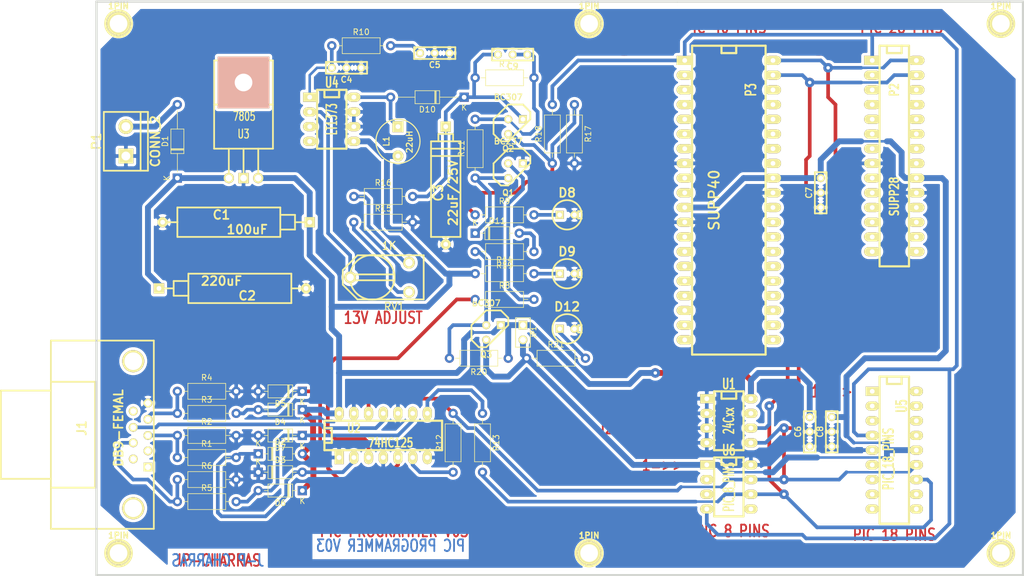
<source format=kicad_pcb>
(kicad_pcb (version 20171130) (host pcbnew "(2018-02-12 revision ed127e8)-master")
  (title_block (title "SERIAL PIC PROGRAMMER"))
  (layers (0 Composant signal) (31 Cuivre signal) (34 B.Paste user) (35 F.Paste user) (36 B.SilkS user) (37 F.SilkS user) (38 B.Mask user) (39 F.Mask user) (44 Edge.Cuts user))
  (net 0 "")
  (net 1 /pic_programmer/CTS)
  (net 2 /pic_programmer/TXD)
  (net 3 GND)
  (net 4 VCC)
  (net 5 VPP)
  (net 6 VCC_PIC)
  (net 7 /pic_programmer/DTR)
  (net 8 /pic_programmer/PC-CLOCK-OUT)
  (net 9 VPP-MCLR)
  (net 10 CLOCK-RB6)
  (net 11 DATA-RB7)
  (net 12 "Net-(C2-Pad1)")
  (net 13 "Net-(C4-Pad1)")
  (net 14 "Net-(C5-Pad1)")
  (net 15 "Net-(C9-Pad2)")
  (net 16 "Net-(D2-Pad1)")
  (net 17 "Net-(D8-Pad1)")
  (net 18 "Net-(D9-Pad1)")
  (net 19 "Net-(D11-Pad2)")
  (net 20 "Net-(D11-Pad1)")
  (net 21 "Net-(D12-Pad1)")
  (net 22 "Net-(Q1-Pad2)")
  (net 23 "Net-(Q2-Pad3)")
  (net 24 "Net-(Q3-Pad2)")
  (net 25 "Net-(R8-Pad1)")
  (net 26 "Net-(R12-Pad1)")
  (net 27 "Net-(R13-Pad1)")
  (net 28 "Net-(R15-Pad1)")
  (net 29 "Net-(R16-Pad1)")
  (net 30 "Net-(RV1-Pad2)")
  (net 31 "Net-(D1-Pad2)")
  (net 32 "Net-(D4-Pad2)")
  (net 33 "Net-(D6-Pad2)")
  (net 34 "Net-(D10-Pad2)")
  (net 35 "Net-(J1-Pad1)")
  (net 36 "Net-(J1-Pad2)")
  (net 37 "Net-(J1-Pad6)")
  (net 38 "Net-(J1-Pad9)")
  (net 39 "Net-(P2-Pad2)")
  (net 40 "Net-(P2-Pad3)")
  (net 41 "Net-(P2-Pad4)")
  (net 42 "Net-(P2-Pad5)")
  (net 43 "Net-(P2-Pad6)")
  (net 44 "Net-(P2-Pad7)")
  (net 45 "Net-(P2-Pad9)")
  (net 46 "Net-(P2-Pad10)")
  (net 47 "Net-(P2-Pad11)")
  (net 48 "Net-(P2-Pad12)")
  (net 49 "Net-(P2-Pad13)")
  (net 50 "Net-(P2-Pad14)")
  (net 51 "Net-(P2-Pad15)")
  (net 52 "Net-(P2-Pad16)")
  (net 53 "Net-(P2-Pad17)")
  (net 54 "Net-(P2-Pad18)")
  (net 55 "Net-(P2-Pad21)")
  (net 56 "Net-(P2-Pad22)")
  (net 57 "Net-(P2-Pad23)")
  (net 58 "Net-(P2-Pad24)")
  (net 59 "Net-(P2-Pad25)")
  (net 60 "Net-(P2-Pad26)")
  (net 61 "Net-(P3-Pad2)")
  (net 62 "Net-(P3-Pad3)")
  (net 63 "Net-(P3-Pad4)")
  (net 64 "Net-(P3-Pad5)")
  (net 65 "Net-(P3-Pad6)")
  (net 66 "Net-(P3-Pad7)")
  (net 67 "Net-(P3-Pad9)")
  (net 68 "Net-(P3-Pad10)")
  (net 69 "Net-(P3-Pad13)")
  (net 70 "Net-(P3-Pad14)")
  (net 71 "Net-(P3-Pad15)")
  (net 72 "Net-(P3-Pad16)")
  (net 73 "Net-(P3-Pad17)")
  (net 74 "Net-(P3-Pad18)")
  (net 75 "Net-(P3-Pad19)")
  (net 76 "Net-(P3-Pad20)")
  (net 77 "Net-(P3-Pad21)")
  (net 78 "Net-(P3-Pad22)")
  (net 79 "Net-(P3-Pad23)")
  (net 80 "Net-(P3-Pad24)")
  (net 81 "Net-(P3-Pad25)")
  (net 82 "Net-(P3-Pad26)")
  (net 83 "Net-(P3-Pad27)")
  (net 84 "Net-(P3-Pad28)")
  (net 85 "Net-(P3-Pad29)")
  (net 86 "Net-(P3-Pad30)")
  (net 87 "Net-(P3-Pad33)")
  (net 88 "Net-(P3-Pad34)")
  (net 89 "Net-(P3-Pad35)")
  (net 90 "Net-(P3-Pad36)")
  (net 91 "Net-(P3-Pad37)")
  (net 92 "Net-(P3-Pad38)")
  (net 93 "Net-(U1-Pad7)")
  (net 94 "Net-(U4-Pad3)")
  (net 95 "Net-(U4-Pad4)")
  (net 96 "Net-(U5-Pad1)")
  (net 97 "Net-(U5-Pad2)")
  (net 98 "Net-(U5-Pad3)")
  (net 99 "Net-(U5-Pad6)")
  (net 100 "Net-(U5-Pad7)")
  (net 101 "Net-(U5-Pad8)")
  (net 102 "Net-(U5-Pad9)")
  (net 103 "Net-(U5-Pad10)")
  (net 104 "Net-(U5-Pad11)")
  (net 105 "Net-(U5-Pad15)")
  (net 106 "Net-(U5-Pad16)")
  (net 107 "Net-(U5-Pad17)")
  (net 108 "Net-(U5-Pad18)")
  (net 109 "Net-(U6-Pad2)")
  (net 110 "Net-(U6-Pad3)")
  (net 111 "Net-(U6-Pad5)")
  (module Diode_THT:D_DO-35_SOD27_P7.62mm_Horizontal (layer Composant) (at 101.6 118.745)
    (fp_text reference D2 (at 3.81 -2.12) (layer F.SilkS))
    (fp_text value BAT43)
    (fp_text user K (at 0 -1.8) (layer F.SilkS))
    (pad 2 thru_hole oval (at 7.62 0) (size 1.6 1.6) (drill 0.8) (layers *.Cu *.Mask) (net 4 VCC))
    (pad 1 thru_hole rect (at 0 0) (size 1.6 1.6) (drill 0.8) (layers *.Cu *.Mask) (net 16 "Net-(D2-Pad1)"))
  )
  (module Diode_THT:D_DO-35_SOD27_P7.62mm_Horizontal (layer Composant) (at 101.6 121.92)
    (fp_text reference D3 (at 3.81 -2.12) (layer F.SilkS))
    (fp_text value BAT43)
    (fp_text user K (at 0 -1.8) (layer F.SilkS))
    (pad 2 thru_hole oval (at 7.62 0) (size 1.6 1.6) (drill 0.8) (layers *.Cu *.Mask) (net 16 "Net-(D2-Pad1)"))
    (pad 1 thru_hole rect (at 0 0) (size 1.6 1.6) (drill 0.8) (layers *.Cu *.Mask) (net 3 GND))
  )
  (module Diode_THT:D_DO-35_SOD27_P7.62mm_Horizontal (layer Composant) (at 109.22 111.125 180)
    (fp_text reference D4 (at 3.81 -2.12 180) (layer F.SilkS))
    (fp_text value BAT43)
    (fp_text user K (at 0 -1.8 180) (layer F.SilkS))
    (pad 2 thru_hole oval (at 7.62 0 180) (size 1.6 1.6) (drill 0.8) (layers *.Cu *.Mask) (net 32 "Net-(D4-Pad2)"))
    (pad 1 thru_hole rect (at 0 0 180) (size 1.6 1.6) (drill 0.8) (layers *.Cu *.Mask) (net 4 VCC))
  )
  (module Diode_THT:D_DO-35_SOD27_P7.62mm_Horizontal (layer Composant) (at 109.22 107.95 180)
    (fp_text reference D5 (at 3.81 -2.12 180) (layer F.SilkS))
    (fp_text value BAT43)
    (fp_text user K (at 0 -1.8 180) (layer F.SilkS))
    (pad 2 thru_hole oval (at 7.62 0 180) (size 1.6 1.6) (drill 0.8) (layers *.Cu *.Mask) (net 3 GND))
    (pad 1 thru_hole rect (at 0 0 180) (size 1.6 1.6) (drill 0.8) (layers *.Cu *.Mask) (net 32 "Net-(D4-Pad2)"))
  )
  (module Diode_THT:D_DO-35_SOD27_P7.62mm_Horizontal (layer Composant) (at 109.22 125.095 180)
    (fp_text reference D6 (at 3.81 -2.12 180) (layer F.SilkS))
    (fp_text value BAT43)
    (fp_text user K (at 0 -1.8 180) (layer F.SilkS))
    (pad 2 thru_hole oval (at 7.62 0 180) (size 1.6 1.6) (drill 0.8) (layers *.Cu *.Mask) (net 33 "Net-(D6-Pad2)"))
    (pad 1 thru_hole rect (at 0 0 180) (size 1.6 1.6) (drill 0.8) (layers *.Cu *.Mask) (net 4 VCC))
  )
  (module Diode_THT:D_DO-35_SOD27_P7.62mm_Horizontal (layer Composant) (at 109.22 115.57 180)
    (fp_text reference D7 (at 3.81 -2.12 180) (layer F.SilkS))
    (fp_text value BAT43)
    (fp_text user K (at 0 -1.8 180) (layer F.SilkS))
    (pad 2 thru_hole oval (at 7.62 0 180) (size 1.6 1.6) (drill 0.8) (layers *.Cu *.Mask) (net 3 GND))
    (pad 1 thru_hole rect (at 0 0 180) (size 1.6 1.6) (drill 0.8) (layers *.Cu *.Mask) (net 33 "Net-(D6-Pad2)"))
  )
  (module Diode_THT:D_DO-35_SOD27_P7.62mm_Horizontal (layer Composant) (at 139.065 80.645)
    (fp_text reference D11 (at 3.81 -2.12) (layer F.SilkS))
    (fp_text value BAT43)
    (fp_text user K (at 0 -1.8) (layer F.SilkS))
    (pad 2 thru_hole oval (at 7.62 0) (size 1.6 1.6) (drill 0.8) (layers *.Cu *.Mask) (net 19 "Net-(D11-Pad2)"))
    (pad 1 thru_hole rect (at 0 0) (size 1.6 1.6) (drill 0.8) (layers *.Cu *.Mask) (net 20 "Net-(D11-Pad1)"))
  )
  (module Diode_THT:D_DO-35_SOD27_P12.70mm_Horizontal (layer Composant) (at 87.63 71.12 90)
    (fp_text reference D1 (at 6.35 -2.12 90) (layer F.SilkS))
    (fp_text value 1N4004)
    (fp_text user K (at 0 -1.8 90) (layer F.SilkS))
    (pad 2 thru_hole oval (at 12.7 0 90) (size 1.6 1.6) (drill 0.8) (layers *.Cu *.Mask) (net 31 "Net-(D1-Pad2)"))
    (pad 1 thru_hole rect (at 0 0 90) (size 1.6 1.6) (drill 0.8) (layers *.Cu *.Mask) (net 12 "Net-(C2-Pad1)"))
  )
  (module Diode_THT:D_DO-35_SOD27_P12.70mm_Horizontal (layer Composant) (at 137.16 57.15 180)
    (fp_text reference D10 (at 6.35 -2.12 180) (layer F.SilkS))
    (fp_text value SCHOTTKY)
    (fp_text user K (at 0 -1.8 180) (layer F.SilkS))
    (pad 2 thru_hole oval (at 12.7 0 180) (size 1.6 1.6) (drill 0.8) (layers *.Cu *.Mask) (net 34 "Net-(D10-Pad2)"))
    (pad 1 thru_hole rect (at 0 0 180) (size 1.6 1.6) (drill 0.8) (layers *.Cu *.Mask) (net 5 VPP))
  )
  (module Resistor_THT:R_Axial_DIN0207_L6.3mm_D2.5mm_P10.16mm_Horizontal (layer Composant) (at 87.63 119.38)
    (fp_text reference R1 (at 5.08 -2.37) (layer F.SilkS))
    (fp_text value 10K)
    (pad 2 thru_hole oval (at 10.16 0) (size 1.6 1.6) (drill 0.8) (layers *.Cu *.Mask) (net 16 "Net-(D2-Pad1)"))
    (pad 1 thru_hole circle (at 0 0) (size 1.6 1.6) (drill 0.8) (layers *.Cu *.Mask) (net 2 /pic_programmer/TXD))
  )
  (module Resistor_THT:R_Axial_DIN0207_L6.3mm_D2.5mm_P10.16mm_Horizontal (layer Composant) (at 87.63 115.57)
    (fp_text reference R2 (at 5.08 -2.37) (layer F.SilkS))
    (fp_text value 10K)
    (pad 2 thru_hole oval (at 10.16 0) (size 1.6 1.6) (drill 0.8) (layers *.Cu *.Mask) (net 3 GND))
    (pad 1 thru_hole circle (at 0 0) (size 1.6 1.6) (drill 0.8) (layers *.Cu *.Mask) (net 2 /pic_programmer/TXD))
  )
  (module Resistor_THT:R_Axial_DIN0207_L6.3mm_D2.5mm_P10.16mm_Horizontal (layer Composant) (at 87.63 111.76)
    (fp_text reference R3 (at 5.08 -2.37) (layer F.SilkS))
    (fp_text value 10K)
    (pad 2 thru_hole oval (at 10.16 0) (size 1.6 1.6) (drill 0.8) (layers *.Cu *.Mask) (net 32 "Net-(D4-Pad2)"))
    (pad 1 thru_hole circle (at 0 0) (size 1.6 1.6) (drill 0.8) (layers *.Cu *.Mask) (net 7 /pic_programmer/DTR))
  )
  (module Resistor_THT:R_Axial_DIN0207_L6.3mm_D2.5mm_P10.16mm_Horizontal (layer Composant) (at 87.63 107.95)
    (fp_text reference R4 (at 5.08 -2.37) (layer F.SilkS))
    (fp_text value 10K)
    (pad 2 thru_hole oval (at 10.16 0) (size 1.6 1.6) (drill 0.8) (layers *.Cu *.Mask) (net 3 GND))
    (pad 1 thru_hole circle (at 0 0) (size 1.6 1.6) (drill 0.8) (layers *.Cu *.Mask) (net 7 /pic_programmer/DTR))
  )
  (module Resistor_THT:R_Axial_DIN0207_L6.3mm_D2.5mm_P10.16mm_Horizontal (layer Composant) (at 87.63 127)
    (fp_text reference R5 (at 5.08 -2.37) (layer F.SilkS))
    (fp_text value 10K)
    (pad 2 thru_hole oval (at 10.16 0) (size 1.6 1.6) (drill 0.8) (layers *.Cu *.Mask) (net 33 "Net-(D6-Pad2)"))
    (pad 1 thru_hole circle (at 0 0) (size 1.6 1.6) (drill 0.8) (layers *.Cu *.Mask) (net 8 /pic_programmer/PC-CLOCK-OUT))
  )
  (module Resistor_THT:R_Axial_DIN0207_L6.3mm_D2.5mm_P10.16mm_Horizontal (layer Composant) (at 87.63 123.19)
    (fp_text reference R6 (at 5.08 -2.37) (layer F.SilkS))
    (fp_text value 10K)
    (pad 2 thru_hole oval (at 10.16 0) (size 1.6 1.6) (drill 0.8) (layers *.Cu *.Mask) (net 3 GND))
    (pad 1 thru_hole circle (at 0 0) (size 1.6 1.6) (drill 0.8) (layers *.Cu *.Mask) (net 8 /pic_programmer/PC-CLOCK-OUT))
  )
  (module Resistor_THT:R_Axial_DIN0207_L6.3mm_D2.5mm_P10.16mm_Horizontal (layer Composant) (at 139.065 53.7972)
    (fp_text reference R7 (at 5.08 -2.37) (layer F.SilkS))
    (fp_text value 10K)
    (pad 2 thru_hole oval (at 10.16 0) (size 1.6 1.6) (drill 0.8) (layers *.Cu *.Mask) (net 15 "Net-(C9-Pad2)"))
    (pad 1 thru_hole circle (at 0 0) (size 1.6 1.6) (drill 0.8) (layers *.Cu *.Mask) (net 5 VPP))
  )
  (module Resistor_THT:R_Axial_DIN0207_L6.3mm_D2.5mm_P10.16mm_Horizontal (layer Composant) (at 139.065 92.075)
    (fp_text reference R8 (at 5.08 -2.37) (layer F.SilkS))
    (fp_text value 1K)
    (pad 2 thru_hole oval (at 10.16 0) (size 1.6 1.6) (drill 0.8) (layers *.Cu *.Mask) (net 22 "Net-(Q1-Pad2)"))
    (pad 1 thru_hole circle (at 0 0) (size 1.6 1.6) (drill 0.8) (layers *.Cu *.Mask) (net 25 "Net-(R8-Pad1)"))
  )
  (module Resistor_THT:R_Axial_DIN0207_L6.3mm_D2.5mm_P10.16mm_Horizontal (layer Composant) (at 139.065 77.47)
    (fp_text reference R9 (at 5.08 -2.37) (layer F.SilkS))
    (fp_text value 2.2K)
    (pad 2 thru_hole oval (at 10.16 0) (size 1.6 1.6) (drill 0.8) (layers *.Cu *.Mask) (net 17 "Net-(D8-Pad1)"))
    (pad 1 thru_hole circle (at 0 0) (size 1.6 1.6) (drill 0.8) (layers *.Cu *.Mask) (net 23 "Net-(Q2-Pad3)"))
  )
  (module Resistor_THT:R_Axial_DIN0207_L6.3mm_D2.5mm_P10.16mm_Horizontal (layer Composant) (at 114.3 48.26)
    (fp_text reference R10 (at 5.08 -2.37) (layer F.SilkS))
    (fp_text value 5.1K)
    (pad 2 thru_hole oval (at 10.16 0) (size 1.6 1.6) (drill 0.8) (layers *.Cu *.Mask) (net 14 "Net-(C5-Pad1)"))
    (pad 1 thru_hole circle (at 0 0) (size 1.6 1.6) (drill 0.8) (layers *.Cu *.Mask) (net 13 "Net-(C4-Pad1)"))
  )
  (module Resistor_THT:R_Axial_DIN0207_L6.3mm_D2.5mm_P10.16mm_Horizontal (layer Composant) (at 139.065 71.12 90)
    (fp_text reference R11 (at 5.08 -2.37 90) (layer F.SilkS))
    (fp_text value 22K)
    (pad 2 thru_hole oval (at 10.16 0 90) (size 1.6 1.6) (drill 0.8) (layers *.Cu *.Mask) (net 15 "Net-(C9-Pad2)"))
    (pad 1 thru_hole circle (at 0 0 90) (size 1.6 1.6) (drill 0.8) (layers *.Cu *.Mask) (net 20 "Net-(D11-Pad1)"))
  )
  (module Resistor_THT:R_Axial_DIN0207_L6.3mm_D2.5mm_P10.16mm_Horizontal (layer Composant) (at 135.255 121.92 90)
    (fp_text reference R12 (at 5.08 -2.37 90) (layer F.SilkS))
    (fp_text value 470)
    (pad 2 thru_hole oval (at 10.16 0 90) (size 1.6 1.6) (drill 0.8) (layers *.Cu *.Mask) (net 11 DATA-RB7))
    (pad 1 thru_hole circle (at 0 0 90) (size 1.6 1.6) (drill 0.8) (layers *.Cu *.Mask) (net 26 "Net-(R12-Pad1)"))
  )
  (module Resistor_THT:R_Axial_DIN0207_L6.3mm_D2.5mm_P10.16mm_Horizontal (layer Composant) (at 140.335 111.76 270)
    (fp_text reference R13 (at 5.08 -2.37 270) (layer F.SilkS))
    (fp_text value 470)
    (pad 2 thru_hole oval (at 10.16 0 270) (size 1.6 1.6) (drill 0.8) (layers *.Cu *.Mask) (net 10 CLOCK-RB6))
    (pad 1 thru_hole circle (at 0 0 270) (size 1.6 1.6) (drill 0.8) (layers *.Cu *.Mask) (net 27 "Net-(R13-Pad1)"))
  )
  (module Resistor_THT:R_Axial_DIN0207_L6.3mm_D2.5mm_P10.16mm_Horizontal (layer Composant) (at 139.065 87.63)
    (fp_text reference R14 (at 5.08 -2.37) (layer F.SilkS))
    (fp_text value 470)
    (pad 2 thru_hole oval (at 10.16 0) (size 1.6 1.6) (drill 0.8) (layers *.Cu *.Mask) (net 18 "Net-(D9-Pad1)"))
    (pad 1 thru_hole circle (at 0 0) (size 1.6 1.6) (drill 0.8) (layers *.Cu *.Mask) (net 4 VCC))
  )
  (module Resistor_THT:R_Axial_DIN0207_L6.3mm_D2.5mm_P10.16mm_Horizontal (layer Composant) (at 118.11 78.74)
    (fp_text reference R15 (at 5.08 -2.37) (layer F.SilkS))
    (fp_text value 6.2K)
    (pad 2 thru_hole oval (at 10.16 0) (size 1.6 1.6) (drill 0.8) (layers *.Cu *.Mask) (net 3 GND))
    (pad 1 thru_hole circle (at 0 0) (size 1.6 1.6) (drill 0.8) (layers *.Cu *.Mask) (net 28 "Net-(R15-Pad1)"))
  )
  (module Resistor_THT:R_Axial_DIN0207_L6.3mm_D2.5mm_P10.16mm_Horizontal (layer Composant) (at 118.11 74.295)
    (fp_text reference R16 (at 5.08 -2.37) (layer F.SilkS))
    (fp_text value 62K)
    (pad 2 thru_hole oval (at 10.16 0) (size 1.6 1.6) (drill 0.8) (layers *.Cu *.Mask) (net 5 VPP))
    (pad 1 thru_hole circle (at 0 0) (size 1.6 1.6) (drill 0.8) (layers *.Cu *.Mask) (net 29 "Net-(R16-Pad1)"))
  )
  (module Resistor_THT:R_Axial_DIN0207_L6.3mm_D2.5mm_P10.16mm_Horizontal (layer Composant) (at 156.21 58.42 270)
    (fp_text reference R17 (at 5.08 -2.37 270) (layer F.SilkS))
    (fp_text value 22K)
    (pad 2 thru_hole oval (at 10.16 0 270) (size 1.6 1.6) (drill 0.8) (layers *.Cu *.Mask) (net 3 GND))
    (pad 1 thru_hole circle (at 0 0 270) (size 1.6 1.6) (drill 0.8) (layers *.Cu *.Mask) (net 23 "Net-(Q2-Pad3)"))
  )
  (module Resistor_THT:R_Axial_DIN0207_L6.3mm_D2.5mm_P10.16mm_Horizontal (layer Composant) (at 152.4 68.58 90)
    (fp_text reference R18 (at 5.08 -2.37 90) (layer F.SilkS))
    (fp_text value 220)
    (pad 2 thru_hole oval (at 10.16 0 90) (size 1.6 1.6) (drill 0.8) (layers *.Cu *.Mask) (net 9 VPP-MCLR))
    (pad 1 thru_hole circle (at 0 0 90) (size 1.6 1.6) (drill 0.8) (layers *.Cu *.Mask) (net 23 "Net-(Q2-Pad3)"))
  )
  (module Resistor_THT:R_Axial_DIN0207_L6.3mm_D2.5mm_P10.16mm_Horizontal (layer Composant) (at 149.225 83.82 180)
    (fp_text reference R19 (at 5.08 -2.37 180) (layer F.SilkS))
    (fp_text value 2.2K)
    (pad 2 thru_hole oval (at 10.16 0 180) (size 1.6 1.6) (drill 0.8) (layers *.Cu *.Mask) (net 24 "Net-(Q3-Pad2)"))
    (pad 1 thru_hole circle (at 0 0 180) (size 1.6 1.6) (drill 0.8) (layers *.Cu *.Mask) (net 19 "Net-(D11-Pad2)"))
  )
  (module Resistor_THT:R_Axial_DIN0207_L6.3mm_D2.5mm_P10.16mm_Horizontal (layer Composant) (at 144.78 102.235 180)
    (fp_text reference R20 (at 5.08 -2.37 180) (layer F.SilkS))
    (fp_text value 2.2K)
    (pad 2 thru_hole oval (at 10.16 0 180) (size 1.6 1.6) (drill 0.8) (layers *.Cu *.Mask) (net 24 "Net-(Q3-Pad2)"))
    (pad 1 thru_hole circle (at 0 0 180) (size 1.6 1.6) (drill 0.8) (layers *.Cu *.Mask) (net 4 VCC))
  )
  (module Resistor_THT:R_Axial_DIN0207_L6.3mm_D2.5mm_P10.16mm_Horizontal (layer Composant) (at 147.955 102.235)
    (fp_text reference R21 (at 5.08 -2.37) (layer F.SilkS))
    (fp_text value 470)
    (pad 2 thru_hole oval (at 10.16 0) (size 1.6 1.6) (drill 0.8) (layers *.Cu *.Mask) (net 21 "Net-(D12-Pad1)"))
    (pad 1 thru_hole circle (at 0 0) (size 1.6 1.6) (drill 0.8) (layers *.Cu *.Mask) (net 6 VCC_PIC))
  )
  (module 28DIP-ELL300 (layer Composant) (at 211.455 67.31 270)
    (fp_text reference P2 (at -11.43 0 270) (layer F.SilkS) (effects (font (size 1.524 1.143) (thickness 0.3048))))
    (fp_text value SUPP28 (at 6.985 0 270) (layer F.SilkS) (effects (font (size 1.524 1.143) (thickness 0.3048))))
    (pad 2 thru_hole oval (at -13.97 3.81 270) (size 1.5748 2.794) (drill 0.812799) (layers *.Cu *.Mask F.SilkS) (net 39 "Net-(P2-Pad2)"))
    (pad 3 thru_hole oval (at -11.43 3.81 270) (size 1.5748 2.794) (drill 0.812799) (layers *.Cu *.Mask F.SilkS) (net 40 "Net-(P2-Pad3)"))
    (pad 4 thru_hole oval (at -8.89 3.81 270) (size 1.5748 2.794) (drill 0.812799) (layers *.Cu *.Mask F.SilkS) (net 41 "Net-(P2-Pad4)"))
    (pad 5 thru_hole oval (at -6.35 3.81 270) (size 1.5748 2.794) (drill 0.812799) (layers *.Cu *.Mask F.SilkS) (net 42 "Net-(P2-Pad5)"))
    (pad 6 thru_hole oval (at -3.81 3.81 270) (size 1.5748 2.794) (drill 0.812799) (layers *.Cu *.Mask F.SilkS) (net 43 "Net-(P2-Pad6)"))
    (pad 7 thru_hole oval (at -1.27 3.81 270) (size 1.5748 2.794) (drill 0.812799) (layers *.Cu *.Mask F.SilkS) (net 44 "Net-(P2-Pad7)"))
    (pad 8 thru_hole oval (at 1.27 3.81 270) (size 1.5748 2.794) (drill 0.812799) (layers *.Cu *.Mask F.SilkS) (net 3 GND))
    (pad 9 thru_hole oval (at 3.81 3.81 270) (size 1.5748 2.794) (drill 0.812799) (layers *.Cu *.Mask F.SilkS) (net 45 "Net-(P2-Pad9)"))
    (pad 10 thru_hole oval (at 6.35 3.81 270) (size 1.5748 2.794) (drill 0.812799) (layers *.Cu *.Mask F.SilkS) (net 46 "Net-(P2-Pad10)"))
    (pad 11 thru_hole oval (at 8.89 3.81 270) (size 1.5748 2.794) (drill 0.812799) (layers *.Cu *.Mask F.SilkS) (net 47 "Net-(P2-Pad11)"))
    (pad 12 thru_hole oval (at 11.43 3.81 270) (size 1.5748 2.794) (drill 0.812799) (layers *.Cu *.Mask F.SilkS) (net 48 "Net-(P2-Pad12)"))
    (pad 13 thru_hole oval (at 13.97 3.81 270) (size 1.5748 2.794) (drill 0.812799) (layers *.Cu *.Mask F.SilkS) (net 49 "Net-(P2-Pad13)"))
    (pad 14 thru_hole oval (at 16.51 3.81 270) (size 1.5748 2.794) (drill 0.812799) (layers *.Cu *.Mask F.SilkS) (net 50 "Net-(P2-Pad14)"))
    (pad 1 thru_hole rect (at -16.51 3.81 270) (size 1.5748 2.794) (drill 0.812799) (layers *.Cu *.Mask F.SilkS) (net 9 VPP-MCLR))
    (pad 15 thru_hole oval (at 16.51 -3.81 270) (size 1.5748 2.794) (drill 0.812799) (layers *.Cu *.Mask F.SilkS) (net 51 "Net-(P2-Pad15)"))
    (pad 16 thru_hole oval (at 13.97 -3.81 270) (size 1.5748 2.794) (drill 0.812799) (layers *.Cu *.Mask F.SilkS) (net 52 "Net-(P2-Pad16)"))
    (pad 17 thru_hole oval (at 11.43 -3.81 270) (size 1.5748 2.794) (drill 0.812799) (layers *.Cu *.Mask F.SilkS) (net 53 "Net-(P2-Pad17)"))
    (pad 18 thru_hole oval (at 8.89 -3.81 270) (size 1.5748 2.794) (drill 0.812799) (layers *.Cu *.Mask F.SilkS) (net 54 "Net-(P2-Pad18)"))
    (pad 19 thru_hole oval (at 6.35 -3.81 270) (size 1.5748 2.794) (drill 0.812799) (layers *.Cu *.Mask F.SilkS) (net 3 GND))
    (pad 20 thru_hole oval (at 3.81 -3.81 270) (size 1.5748 2.794) (drill 0.812799) (layers *.Cu *.Mask F.SilkS) (net 6 VCC_PIC))
    (pad 21 thru_hole oval (at 1.27 -3.81 270) (size 1.5748 2.794) (drill 0.812799) (layers *.Cu *.Mask F.SilkS) (net 55 "Net-(P2-Pad21)"))
    (pad 22 thru_hole oval (at -1.27 -3.81 270) (size 1.5748 2.794) (drill 0.812799) (layers *.Cu *.Mask F.SilkS) (net 56 "Net-(P2-Pad22)"))
    (pad 23 thru_hole oval (at -3.81 -3.81 270) (size 1.5748 2.794) (drill 0.812799) (layers *.Cu *.Mask F.SilkS) (net 57 "Net-(P2-Pad23)"))
    (pad 24 thru_hole oval (at -6.35 -3.81 270) (size 1.5748 2.794) (drill 0.812799) (layers *.Cu *.Mask F.SilkS) (net 58 "Net-(P2-Pad24)"))
    (pad 25 thru_hole oval (at -8.89 -3.81 270) (size 1.5748 2.794) (drill 0.812799) (layers *.Cu *.Mask F.SilkS) (net 59 "Net-(P2-Pad25)"))
    (pad 26 thru_hole oval (at -11.43 -3.81 270) (size 1.5748 2.794) (drill 0.812799) (layers *.Cu *.Mask F.SilkS) (net 60 "Net-(P2-Pad26)"))
    (pad 27 thru_hole oval (at -13.97 -3.81 270) (size 1.5748 2.794) (drill 0.812799) (layers *.Cu *.Mask F.SilkS) (net 10 CLOCK-RB6))
    (pad 28 thru_hole oval (at -16.51 -3.81 270) (size 1.5748 2.794) (drill 0.812799) (layers *.Cu *.Mask F.SilkS) (net 11 DATA-RB7))
  )
  (module 40DIP-ELL600 (layer Composant) (at 182.88 74.93 270)
    (fp_text reference P3 (at -19.05 -3.81 270) (layer F.SilkS) (effects (font (size 1.778 1.143) (thickness 0.3048))))
    (fp_text value SUPP40 (at 0 2.54 270) (layer F.SilkS) (effects (font (size 1.778 1.778) (thickness 0.3048))))
    (pad 1 thru_hole rect (at -24.13 7.62 270) (size 1.5748 2.794) (drill 0.812799) (layers *.Cu *.Mask F.SilkS) (net 9 VPP-MCLR))
    (pad 2 thru_hole oval (at -21.59 7.62 270) (size 1.5748 2.794) (drill 0.812799) (layers *.Cu *.Mask F.SilkS) (net 61 "Net-(P3-Pad2)"))
    (pad 3 thru_hole oval (at -19.05 7.62 270) (size 1.5748 2.794) (drill 0.812799) (layers *.Cu *.Mask F.SilkS) (net 62 "Net-(P3-Pad3)"))
    (pad 4 thru_hole oval (at -16.51 7.62 270) (size 1.5748 2.794) (drill 0.812799) (layers *.Cu *.Mask F.SilkS) (net 63 "Net-(P3-Pad4)"))
    (pad 5 thru_hole oval (at -13.97 7.62 270) (size 1.5748 2.794) (drill 0.812799) (layers *.Cu *.Mask F.SilkS) (net 64 "Net-(P3-Pad5)"))
    (pad 6 thru_hole oval (at -11.43 7.62 270) (size 1.5748 2.794) (drill 0.812799) (layers *.Cu *.Mask F.SilkS) (net 65 "Net-(P3-Pad6)"))
    (pad 7 thru_hole oval (at -8.89 7.62 270) (size 1.5748 2.794) (drill 0.812799) (layers *.Cu *.Mask F.SilkS) (net 66 "Net-(P3-Pad7)"))
    (pad 8 thru_hole oval (at -6.35 7.62 270) (size 1.5748 2.794) (drill 0.812799) (layers *.Cu *.Mask F.SilkS) (net 3 GND))
    (pad 9 thru_hole oval (at -3.81 7.62 270) (size 1.5748 2.794) (drill 0.812799) (layers *.Cu *.Mask F.SilkS) (net 67 "Net-(P3-Pad9)"))
    (pad 10 thru_hole oval (at -1.27 7.62 270) (size 1.5748 2.794) (drill 0.812799) (layers *.Cu *.Mask F.SilkS) (net 68 "Net-(P3-Pad10)"))
    (pad 11 thru_hole oval (at 1.27 7.62 270) (size 1.5748 2.794) (drill 0.812799) (layers *.Cu *.Mask F.SilkS) (net 6 VCC_PIC))
    (pad 12 thru_hole oval (at 3.81 7.62 270) (size 1.5748 2.794) (drill 0.812799) (layers *.Cu *.Mask F.SilkS) (net 3 GND))
    (pad 13 thru_hole oval (at 6.35 7.62 270) (size 1.5748 2.794) (drill 0.812799) (layers *.Cu *.Mask F.SilkS) (net 69 "Net-(P3-Pad13)"))
    (pad 14 thru_hole oval (at 8.89 7.62 270) (size 1.5748 2.794) (drill 0.812799) (layers *.Cu *.Mask F.SilkS) (net 70 "Net-(P3-Pad14)"))
    (pad 15 thru_hole oval (at 11.43 7.62 270) (size 1.5748 2.794) (drill 0.812799) (layers *.Cu *.Mask F.SilkS) (net 71 "Net-(P3-Pad15)"))
    (pad 16 thru_hole oval (at 13.97 7.62 270) (size 1.5748 2.794) (drill 0.812799) (layers *.Cu *.Mask F.SilkS) (net 72 "Net-(P3-Pad16)"))
    (pad 17 thru_hole oval (at 16.51 7.62 270) (size 1.5748 2.794) (drill 0.812799) (layers *.Cu *.Mask F.SilkS) (net 73 "Net-(P3-Pad17)"))
    (pad 18 thru_hole oval (at 19.05 7.62 270) (size 1.5748 2.794) (drill 0.812799) (layers *.Cu *.Mask F.SilkS) (net 74 "Net-(P3-Pad18)"))
    (pad 19 thru_hole oval (at 21.59 7.62 270) (size 1.5748 2.794) (drill 0.812799) (layers *.Cu *.Mask F.SilkS) (net 75 "Net-(P3-Pad19)"))
    (pad 20 thru_hole oval (at 24.13 7.62 270) (size 1.5748 2.794) (drill 0.812799) (layers *.Cu *.Mask F.SilkS) (net 76 "Net-(P3-Pad20)"))
    (pad 21 thru_hole oval (at 24.13 -7.62 270) (size 1.5748 2.794) (drill 0.812799) (layers *.Cu *.Mask F.SilkS) (net 77 "Net-(P3-Pad21)"))
    (pad 22 thru_hole oval (at 21.59 -7.62 270) (size 1.5748 2.794) (drill 0.812799) (layers *.Cu *.Mask F.SilkS) (net 78 "Net-(P3-Pad22)"))
    (pad 23 thru_hole oval (at 19.05 -7.62 270) (size 1.5748 2.794) (drill 0.812799) (layers *.Cu *.Mask F.SilkS) (net 79 "Net-(P3-Pad23)"))
    (pad 24 thru_hole oval (at 16.51 -7.62 270) (size 1.5748 2.794) (drill 0.812799) (layers *.Cu *.Mask F.SilkS) (net 80 "Net-(P3-Pad24)"))
    (pad 25 thru_hole oval (at 13.97 -7.62 270) (size 1.5748 2.794) (drill 0.812799) (layers *.Cu *.Mask F.SilkS) (net 81 "Net-(P3-Pad25)"))
    (pad 26 thru_hole oval (at 11.43 -7.62 270) (size 1.5748 2.794) (drill 0.812799) (layers *.Cu *.Mask F.SilkS) (net 82 "Net-(P3-Pad26)"))
    (pad 27 thru_hole oval (at 8.89 -7.62 270) (size 1.5748 2.794) (drill 0.812799) (layers *.Cu *.Mask F.SilkS) (net 83 "Net-(P3-Pad27)"))
    (pad 28 thru_hole oval (at 6.35 -7.62 270) (size 1.5748 2.794) (drill 0.812799) (layers *.Cu *.Mask F.SilkS) (net 84 "Net-(P3-Pad28)"))
    (pad 29 thru_hole oval (at 3.81 -7.62 270) (size 1.5748 2.794) (drill 0.812799) (layers *.Cu *.Mask F.SilkS) (net 85 "Net-(P3-Pad29)"))
    (pad 30 thru_hole oval (at 1.27 -7.62 270) (size 1.5748 2.794) (drill 0.812799) (layers *.Cu *.Mask F.SilkS) (net 86 "Net-(P3-Pad30)"))
    (pad 31 thru_hole oval (at -1.27 -7.62 270) (size 1.5748 2.794) (drill 0.812799) (layers *.Cu *.Mask F.SilkS) (net 3 GND))
    (pad 32 thru_hole oval (at -3.81 -7.62 270) (size 1.5748 2.794) (drill 0.812799) (layers *.Cu *.Mask F.SilkS) (net 6 VCC_PIC))
    (pad 33 thru_hole oval (at -6.35 -7.62 270) (size 1.5748 2.794) (drill 0.812799) (layers *.Cu *.Mask F.SilkS) (net 87 "Net-(P3-Pad33)"))
    (pad 34 thru_hole oval (at -8.89 -7.62 270) (size 1.5748 2.794) (drill 0.812799) (layers *.Cu *.Mask F.SilkS) (net 88 "Net-(P3-Pad34)"))
    (pad 35 thru_hole oval (at -11.43 -7.62 270) (size 1.5748 2.794) (drill 0.812799) (layers *.Cu *.Mask F.SilkS) (net 89 "Net-(P3-Pad35)"))
    (pad 36 thru_hole oval (at -13.97 -7.62 270) (size 1.5748 2.794) (drill 0.812799) (layers *.Cu *.Mask F.SilkS) (net 90 "Net-(P3-Pad36)"))
    (pad 37 thru_hole oval (at -16.51 -7.62 270) (size 1.5748 2.794) (drill 0.812799) (layers *.Cu *.Mask F.SilkS) (net 91 "Net-(P3-Pad37)"))
    (pad 38 thru_hole oval (at -19.05 -7.62 270) (size 1.5748 2.794) (drill 0.812799) (layers *.Cu *.Mask F.SilkS) (net 92 "Net-(P3-Pad38)"))
    (pad 39 thru_hole oval (at -21.59 -7.62 270) (size 1.5748 2.794) (drill 0.812799) (layers *.Cu *.Mask F.SilkS) (net 10 CLOCK-RB6))
    (pad 40 thru_hole oval (at -24.13 -7.62 270) (size 1.5748 2.794) (drill 0.812799) (layers *.Cu *.Mask F.SilkS) (net 11 DATA-RB7))
  )
  (module 1pin (layer Composant) (at 158.75 44.45)
    (fp_text reference 1PIN (at 0 -3.048) (layer F.SilkS) (effects (font (size 1.016 1.016) (thickness 0.254))))
    (fp_text value P*** hide)
    (pad 1 thru_hole circle (at 0 0) (size 4.064 4.064) (drill 3.048) (layers *.Cu *.Mask F.SilkS))
  )
  (module 1pin (layer Composant) (at 158.75 135.89)
    (fp_text reference 1PIN (at 0 -3.048) (layer F.SilkS) (effects (font (size 1.016 1.016) (thickness 0.254))))
    (fp_text value P*** hide)
    (pad 1 thru_hole circle (at 0 0) (size 4.064 4.064) (drill 3.048) (layers *.Cu *.Mask F.SilkS))
  )
  (module 1pin (layer Composant) (at 77.47 135.89)
    (fp_text reference 1PIN (at 0 -3.048) (layer F.SilkS) (effects (font (size 1.016 1.016) (thickness 0.254))))
    (fp_text value P*** hide)
    (pad 1 thru_hole circle (at 0 0) (size 4.064 4.064) (drill 3.048) (layers *.Cu *.Mask F.SilkS))
  )
  (module 1pin (layer Composant) (at 77.47 44.45)
    (fp_text reference 1PIN (at 0 -3.048) (layer F.SilkS) (effects (font (size 1.016 1.016) (thickness 0.254))))
    (fp_text value P*** hide)
    (pad 1 thru_hole circle (at 0 0) (size 4.064 4.064) (drill 3.048) (layers *.Cu *.Mask F.SilkS))
  )
  (module 1pin (layer Composant) (at 229.87 135.89)
    (fp_text reference 1PIN (at 0 -3.048) (layer F.SilkS) (effects (font (size 1.016 1.016) (thickness 0.254))))
    (fp_text value P*** hide)
    (pad 1 thru_hole circle (at 0 0) (size 4.064 4.064) (drill 3.048) (layers *.Cu *.Mask F.SilkS))
  )
  (module 1pin (layer Composant) (at 229.87 44.45)
    (fp_text reference 1PIN (at 0 -3.048) (layer F.SilkS) (effects (font (size 1.016 1.016) (thickness 0.254))))
    (fp_text value P*** hide)
    (pad 1 thru_hole circle (at 0 0) (size 4.064 4.064) (drill 3.048) (layers *.Cu *.Mask F.SilkS))
  )
  (module discret:CP10 (layer Composant) (at 97.79 78.74 180)
    (fp_text reference C1 (at 2.54 1.27 180) (layer F.SilkS) (effects (font (size 1.524 1.524) (thickness 0.3048))))
    (fp_text value 100uF (at -1.905 -1.27 180) (layer F.SilkS) (effects (font (size 1.524 1.524) (thickness 0.3048))))
    (pad 2 thru_hole circle (at 12.7 0 180) (size 1.778 1.778) (drill 0.8128) (layers *.Cu *.Mask F.SilkS) (net 3 GND))
    (pad 1 thru_hole rect (at -12.7 0 180) (size 1.778 1.778) (drill 0.8128) (layers *.Cu *.Mask F.SilkS) (net 4 VCC))
  )
  (module discret:CP10 (layer Composant) (at 97.155 90.17)
    (fp_text reference C2 (at 2.54 1.27) (layer F.SilkS) (effects (font (size 1.524 1.524) (thickness 0.3048))))
    (fp_text value 220uF (at -1.905 -1.27) (layer F.SilkS) (effects (font (size 1.524 1.524) (thickness 0.3048))))
    (pad 2 thru_hole circle (at 12.7 0) (size 1.778 1.778) (drill 0.8128) (layers *.Cu *.Mask F.SilkS) (net 3 GND))
    (pad 1 thru_hole rect (at -12.7 0) (size 1.778 1.778) (drill 0.8128) (layers *.Cu *.Mask F.SilkS) (net 12 "Net-(C2-Pad1)"))
  )
  (module discret:CP8 (layer Composant) (at 133.985 72.39 270)
    (fp_text reference C3 (at 1.27 1.27 270) (layer F.SilkS) (effects (font (size 1.524 1.524) (thickness 0.3048))))
    (fp_text value 22uF/25V (at 1.27 -1.27 270) (layer F.SilkS) (effects (font (size 1.524 1.524) (thickness 0.3048))))
    (pad 1 thru_hole rect (at -10.16 0 270) (size 1.778 1.778) (drill 0.8128) (layers *.Cu *.Mask F.SilkS) (net 5 VPP))
    (pad 2 thru_hole circle (at 10.16 0 270) (size 1.778 1.778) (drill 0.8128) (layers *.Cu *.Mask F.SilkS) (net 3 GND))
  )
  (module discret:C1-1 (layer Composant) (at 116.84 52.07)
    (fp_text reference C4 (at 0 2.032) (layer F.SilkS) (effects (font (size 1.016 1.016) (thickness 0.2032))))
    (fp_text value 0 hide)
    (pad 1 thru_hole circle (at -2.54 0) (size 1.397 1.397) (drill 0.8128) (layers *.Cu *.Mask F.SilkS) (net 13 "Net-(C4-Pad1)"))
    (pad 2 thru_hole circle (at 2.54 0) (size 1.397 1.397) (drill 0.8128) (layers *.Cu *.Mask F.SilkS) (net 3 GND))
    (pad 2 thru_hole circle (at 0 0) (size 1.397 1.397) (drill 0.8128) (layers *.Cu *.Mask F.SilkS) (net 3 GND))
  )
  (module discret:C1-1 (layer Composant) (at 132.08 49.53)
    (fp_text reference C5 (at 0 2.032) (layer F.SilkS) (effects (font (size 1.016 1.016) (thickness 0.2032))))
    (fp_text value 10nF hide)
    (pad 1 thru_hole circle (at -2.54 0) (size 1.397 1.397) (drill 0.8128) (layers *.Cu *.Mask F.SilkS) (net 14 "Net-(C5-Pad1)"))
    (pad 2 thru_hole circle (at 2.54 0) (size 1.397 1.397) (drill 0.8128) (layers *.Cu *.Mask F.SilkS) (net 3 GND))
    (pad 2 thru_hole circle (at 0 0) (size 1.397 1.397) (drill 0.8128) (layers *.Cu *.Mask F.SilkS) (net 3 GND))
  )
  (module discret:C1-1 (layer Composant) (at 196.85 114.935 270)
    (fp_text reference C6 (at 0 2.032 270) (layer F.SilkS) (effects (font (size 1.016 1.016) (thickness 0.2032))))
    (fp_text value 100nF hide)
    (pad 1 thru_hole circle (at -2.54 0 270) (size 1.397 1.397) (drill 0.8128) (layers *.Cu *.Mask F.SilkS) (net 4 VCC))
    (pad 2 thru_hole circle (at 2.54 0 270) (size 1.397 1.397) (drill 0.8128) (layers *.Cu *.Mask F.SilkS) (net 3 GND))
    (pad 2 thru_hole circle (at 0 0 270) (size 1.397 1.397) (drill 0.8128) (layers *.Cu *.Mask F.SilkS) (net 3 GND))
  )
  (module discret:C1-1 (layer Composant) (at 198.755 73.66 270)
    (fp_text reference C7 (at 0 2.032 270) (layer F.SilkS) (effects (font (size 1.016 1.016) (thickness 0.2032))))
    (fp_text value 100nF hide)
    (pad 1 thru_hole circle (at -2.54 0 270) (size 1.397 1.397) (drill 0.8128) (layers *.Cu *.Mask F.SilkS) (net 6 VCC_PIC))
    (pad 2 thru_hole circle (at 2.54 0 270) (size 1.397 1.397) (drill 0.8128) (layers *.Cu *.Mask F.SilkS) (net 3 GND))
    (pad 2 thru_hole circle (at 0 0 270) (size 1.397 1.397) (drill 0.8128) (layers *.Cu *.Mask F.SilkS) (net 3 GND))
  )
  (module discret:C1-1 (layer Composant) (at 200.66 114.935 270)
    (fp_text reference C8 (at 0 2.032 270) (layer F.SilkS) (effects (font (size 1.016 1.016) (thickness 0.2032))))
    (fp_text value 100nF hide)
    (pad 1 thru_hole circle (at -2.54 0 270) (size 1.397 1.397) (drill 0.8128) (layers *.Cu *.Mask F.SilkS) (net 6 VCC_PIC))
    (pad 2 thru_hole circle (at 2.54 0 270) (size 1.397 1.397) (drill 0.8128) (layers *.Cu *.Mask F.SilkS) (net 3 GND))
    (pad 2 thru_hole circle (at 0 0 270) (size 1.397 1.397) (drill 0.8128) (layers *.Cu *.Mask F.SilkS) (net 3 GND))
  )
  (module discret:C1-1 (layer Composant) (at 145.542 49.784)
    (fp_text reference C9 (at 0 2.032) (layer F.SilkS) (effects (font (size 1.016 1.016) (thickness 0.2032))))
    (fp_text value 22OnF hide)
    (pad 1 thru_hole circle (at -2.54 0) (size 1.397 1.397) (drill 0.8128) (layers *.Cu *.Mask F.SilkS) (net 5 VPP))
    (pad 2 thru_hole circle (at 2.54 0) (size 1.397 1.397) (drill 0.8128) (layers *.Cu *.Mask F.SilkS) (net 15 "Net-(C9-Pad2)"))
    (pad 2 thru_hole circle (at 0 0) (size 1.397 1.397) (drill 0.8128) (layers *.Cu *.Mask F.SilkS) (net 15 "Net-(C9-Pad2)"))
  )
  (module discret:LEDV (layer Composant) (at 154.94 77.47)
    (fp_text reference D8 (at 0 -3.81) (layer F.SilkS) (effects (font (size 1.524 1.524) (thickness 0.3048))))
    (fp_text value RED-LED hide)
    (pad 1 thru_hole rect (at -1.27 0) (size 1.397 1.397) (drill 0.8128) (layers *.Cu *.Mask F.SilkS) (net 17 "Net-(D8-Pad1)"))
    (pad 2 thru_hole circle (at 1.27 0) (size 1.397 1.397) (drill 0.8128) (layers *.Cu *.Mask F.SilkS) (net 3 GND))
  )
  (module discret:LEDV (layer Composant) (at 154.94 87.63)
    (fp_text reference D9 (at 0 -3.81) (layer F.SilkS) (effects (font (size 1.524 1.524) (thickness 0.3048))))
    (fp_text value GREEN-LED hide)
    (pad 1 thru_hole rect (at -1.27 0) (size 1.397 1.397) (drill 0.8128) (layers *.Cu *.Mask F.SilkS) (net 18 "Net-(D9-Pad1)"))
    (pad 2 thru_hole circle (at 1.27 0) (size 1.397 1.397) (drill 0.8128) (layers *.Cu *.Mask F.SilkS) (net 3 GND))
  )
  (module discret:LEDV (layer Composant) (at 154.94 97.155)
    (fp_text reference D12 (at 0 -3.81) (layer F.SilkS) (effects (font (size 1.524 1.524) (thickness 0.3048))))
    (fp_text value YELLOW-LED hide)
    (pad 1 thru_hole rect (at -1.27 0) (size 1.397 1.397) (drill 0.8128) (layers *.Cu *.Mask F.SilkS) (net 21 "Net-(D12-Pad1)"))
    (pad 2 thru_hole circle (at 1.27 0) (size 1.397 1.397) (drill 0.8128) (layers *.Cu *.Mask F.SilkS) (net 3 GND))
  )
  (module connect:DB9FC (layer Composant) (at 81.28 115.57 90)
    (fp_text reference J1 (at 1.27 -10.16 90) (layer F.SilkS) (effects (font (size 1.524 1.524) (thickness 0.3048))))
    (fp_text value DB9-FEMAL (at 1.27 -3.81 90) (layer F.SilkS) (effects (font (size 1.524 1.524) (thickness 0.3048))))
    (pad "" thru_hole circle (at 12.827 -1.27 90) (size 3.81 3.81) (drill 3.048) (layers *.Cu *.Mask F.SilkS))
    (pad "" thru_hole circle (at -12.573 -1.27 90) (size 3.81 3.81) (drill 3.048) (layers *.Cu *.Mask F.SilkS))
    (pad 1 thru_hole rect (at -5.461 1.27 90) (size 1.524 1.524) (drill 1.016) (layers *.Cu *.Mask F.SilkS) (net 35 "Net-(J1-Pad1)"))
    (pad 2 thru_hole circle (at -2.667 1.27 90) (size 1.524 1.524) (drill 1.016) (layers *.Cu *.Mask F.SilkS) (net 36 "Net-(J1-Pad2)"))
    (pad 3 thru_hole circle (at 0 1.27 90) (size 1.524 1.524) (drill 1.016) (layers *.Cu *.Mask F.SilkS) (net 2 /pic_programmer/TXD))
    (pad 4 thru_hole circle (at 2.794 1.27 90) (size 1.524 1.524) (drill 1.016) (layers *.Cu *.Mask F.SilkS) (net 7 /pic_programmer/DTR))
    (pad 5 thru_hole circle (at 5.588 1.27 90) (size 1.524 1.524) (drill 1.016) (layers *.Cu *.Mask F.SilkS) (net 3 GND))
    (pad 6 thru_hole circle (at -4.064 -1.27 90) (size 1.524 1.524) (drill 1.016) (layers *.Cu *.Mask F.SilkS) (net 37 "Net-(J1-Pad6)"))
    (pad 7 thru_hole circle (at -1.27 -1.27 90) (size 1.524 1.524) (drill 1.016) (layers *.Cu *.Mask F.SilkS) (net 8 /pic_programmer/PC-CLOCK-OUT))
    (pad 8 thru_hole circle (at 1.397 -1.27 90) (size 1.524 1.524) (drill 1.016) (layers *.Cu *.Mask F.SilkS) (net 1 /pic_programmer/CTS))
    (pad 9 thru_hole circle (at 4.191 -1.27 90) (size 1.524 1.524) (drill 1.016) (layers *.Cu *.Mask F.SilkS) (net 38 "Net-(J1-Pad9)"))
  )
  (module pin_array:PIN_ARRAY_2X1 (layer Composant) (at 147.32 97.79 270)
    (fp_text reference JP1 (at 0 -1.905 270) (layer F.SilkS) (effects (font (size 0.762 0.762) (thickness 0.1524))))
    (fp_text value JUMPER hide)
    (pad 1 thru_hole rect (at -1.27 0 270) (size 1.524 1.524) (drill 1.016) (layers *.Cu *.Mask F.SilkS) (net 4 VCC))
    (pad 2 thru_hole circle (at 1.27 0 270) (size 1.524 1.524) (drill 1.016) (layers *.Cu *.Mask F.SilkS) (net 6 VCC_PIC))
  )
  (module inductors:INDUCTOR_V (layer Composant) (at 125.73 64.77 270)
    (fp_text reference L1 (at 0 1.99898 270) (layer F.SilkS) (effects (font (size 1.00076 1.00076) (thickness 0.2032))))
    (fp_text value 22uH (at 0.09906 -1.99898 270) (layer F.SilkS) (effects (font (size 1.00076 1.00076) (thickness 0.2032))))
    (pad 1 thru_hole rect (at -2.54 0 270) (size 1.905 1.905) (drill 0.8128) (layers *.Cu *.Mask F.SilkS) (net 34 "Net-(D10-Pad2)"))
    (pad 2 thru_hole circle (at 2.54 0 270) (size 1.905 1.905) (drill 0.8128) (layers *.Cu *.Mask F.SilkS) (net 4 VCC))
  )
  (module connect:bornier2 (layer Composant) (at 78.74 64.77 90)
    (fp_text reference P1 (at 0 -5.08 90) (layer F.SilkS) (effects (font (size 1.524 1.524) (thickness 0.3048))))
    (fp_text value CONN_2 (at 0 5.08 90) (layer F.SilkS) (effects (font (size 1.524 1.524) (thickness 0.3048))))
    (pad 1 thru_hole rect (at -2.54 0 90) (size 2.54 2.54) (drill 1.524) (layers *.Cu *.Mask F.SilkS) (net 3 GND))
    (pad 2 thru_hole circle (at 2.54 0 90) (size 2.54 2.54) (drill 1.524) (layers *.Cu *.Mask F.SilkS) (net 31 "Net-(D1-Pad2)"))
  )
  (module discret:TO92 (layer Composant) (at 146.05 69.85)
    (fp_text reference Q1 (at -1.27 3.81) (layer F.SilkS) (effects (font (size 1.016 1.016) (thickness 0.2032))))
    (fp_text value BC237 (at -1.27 -5.08) (layer F.SilkS) (effects (font (size 1.016 1.016) (thickness 0.2032))))
    (pad 1 thru_hole rect (at 1.27 -1.27) (size 1.397 1.397) (drill 0.8128) (layers *.Cu *.Mask F.SilkS) (net 3 GND))
    (pad 2 thru_hole circle (at -1.27 -1.27) (size 1.397 1.397) (drill 0.8128) (layers *.Cu *.Mask F.SilkS) (net 22 "Net-(Q1-Pad2)"))
    (pad 3 thru_hole circle (at -1.27 1.27) (size 1.397 1.397) (drill 0.8128) (layers *.Cu *.Mask F.SilkS) (net 20 "Net-(D11-Pad1)"))
  )
  (module discret:TO92 (layer Composant) (at 146.05 62.23)
    (fp_text reference Q2 (at -1.27 3.81) (layer F.SilkS) (effects (font (size 1.016 1.016) (thickness 0.2032))))
    (fp_text value BC307 (at -1.27 -5.08) (layer F.SilkS) (effects (font (size 1.016 1.016) (thickness 0.2032))))
    (pad 1 thru_hole rect (at 1.27 -1.27) (size 1.397 1.397) (drill 0.8128) (layers *.Cu *.Mask F.SilkS) (net 5 VPP))
    (pad 2 thru_hole circle (at -1.27 -1.27) (size 1.397 1.397) (drill 0.8128) (layers *.Cu *.Mask F.SilkS) (net 15 "Net-(C9-Pad2)"))
    (pad 3 thru_hole circle (at -1.27 1.27) (size 1.397 1.397) (drill 0.8128) (layers *.Cu *.Mask F.SilkS) (net 23 "Net-(Q2-Pad3)"))
  )
  (module discret:TO92 (layer Composant) (at 142.24 97.79)
    (fp_text reference Q3 (at -1.27 3.81) (layer F.SilkS) (effects (font (size 1.016 1.016) (thickness 0.2032))))
    (fp_text value BC307 (at -1.27 -5.08) (layer F.SilkS) (effects (font (size 1.016 1.016) (thickness 0.2032))))
    (pad 1 thru_hole rect (at 1.27 -1.27) (size 1.397 1.397) (drill 0.8128) (layers *.Cu *.Mask F.SilkS) (net 4 VCC))
    (pad 2 thru_hole circle (at -1.27 -1.27) (size 1.397 1.397) (drill 0.8128) (layers *.Cu *.Mask F.SilkS) (net 24 "Net-(Q3-Pad2)"))
    (pad 3 thru_hole circle (at -1.27 1.27) (size 1.397 1.397) (drill 0.8128) (layers *.Cu *.Mask F.SilkS) (net 6 VCC_PIC))
  )
  (module discret:RV2X4 (layer Composant) (at 122.555 88.265 180)
    (fp_text reference RV1 (at -2.54 -5.08 180) (layer F.SilkS) (effects (font (size 1.397 1.27) (thickness 0.2032))))
    (fp_text value 1K (at -1.651 5.461 180) (layer F.SilkS) (effects (font (size 1.397 1.27) (thickness 0.2032))))
    (pad 1 thru_hole circle (at -5.08 -2.54 180) (size 2.032 2.032) (drill 1.27) (layers *.Cu *.Mask F.SilkS) (net 28 "Net-(R15-Pad1)"))
    (pad 2 thru_hole circle (at 5.08 0 180) (size 2.032 2.032) (drill 1.27) (layers *.Cu *.Mask F.SilkS) (net 30 "Net-(RV1-Pad2)"))
    (pad 3 thru_hole circle (at -5.08 2.54 180) (size 2.032 2.032) (drill 1.27) (layers *.Cu *.Mask F.SilkS) (net 29 "Net-(R16-Pad1)"))
  )
  (module dip_sockets:DIP-8__300_ELL (layer Composant) (at 182.88 113.03 270)
    (fp_text reference U1 (at -6.35 0) (layer F.SilkS) (effects (font (size 1.778 1.143) (thickness 0.3048))))
    (fp_text value 24Cxx (at 0 0 270) (layer F.SilkS) (effects (font (size 1.778 1.016) (thickness 0.3048))))
    (pad 1 thru_hole rect (at -3.81 3.81 270) (size 1.5748 2.286) (drill 0.8128) (layers *.Cu *.Mask F.SilkS) (net 3 GND))
    (pad 2 thru_hole oval (at -1.27 3.81 270) (size 1.5748 2.286) (drill 0.8128) (layers *.Cu *.Mask F.SilkS) (net 3 GND))
    (pad 3 thru_hole oval (at 1.27 3.81 270) (size 1.5748 2.286) (drill 0.8128) (layers *.Cu *.Mask F.SilkS) (net 3 GND))
    (pad 4 thru_hole oval (at 3.81 3.81 270) (size 1.5748 2.286) (drill 0.8128) (layers *.Cu *.Mask F.SilkS) (net 3 GND))
    (pad 5 thru_hole oval (at 3.81 -3.81 270) (size 1.5748 2.286) (drill 0.8128) (layers *.Cu *.Mask F.SilkS) (net 11 DATA-RB7))
    (pad 6 thru_hole oval (at 1.27 -3.81 270) (size 1.5748 2.286) (drill 0.8128) (layers *.Cu *.Mask F.SilkS) (net 10 CLOCK-RB6))
    (pad 7 thru_hole oval (at -1.27 -3.81 270) (size 1.5748 2.286) (drill 0.8128) (layers *.Cu *.Mask F.SilkS) (net 93 "Net-(U1-Pad7)"))
    (pad 8 thru_hole oval (at -3.81 -3.81 270) (size 1.5748 2.286) (drill 0.8128) (layers *.Cu *.Mask F.SilkS) (net 4 VCC))
  )
  (module dip_sockets:DIP-14__300_ELL (layer Composant) (at 123.19 115.57)
    (fp_text reference U2 (at -5.08 -1.27) (layer F.SilkS) (effects (font (size 1.524 1.143) (thickness 0.3048))))
    (fp_text value 74HC125 (at 1.27 1.27) (layer F.SilkS) (effects (font (size 1.524 1.143) (thickness 0.3048))))
    (pad 1 thru_hole rect (at -7.62 3.81) (size 1.5748 2.286) (drill 0.8128) (layers *.Cu *.Mask F.SilkS) (net 3 GND))
    (pad 2 thru_hole oval (at -5.08 3.81) (size 1.5748 2.286) (drill 0.8128) (layers *.Cu *.Mask F.SilkS) (net 16 "Net-(D2-Pad1)"))
    (pad 3 thru_hole oval (at -2.54 3.81) (size 1.5748 2.286) (drill 0.8128) (layers *.Cu *.Mask F.SilkS) (net 25 "Net-(R8-Pad1)"))
    (pad 4 thru_hole oval (at 0 3.81) (size 1.5748 2.286) (drill 0.8128) (layers *.Cu *.Mask F.SilkS) (net 3 GND))
    (pad 5 thru_hole oval (at 2.54 3.81) (size 1.5748 2.286) (drill 0.8128) (layers *.Cu *.Mask F.SilkS) (net 32 "Net-(D4-Pad2)"))
    (pad 6 thru_hole oval (at 5.08 3.81) (size 1.5748 2.286) (drill 0.8128) (layers *.Cu *.Mask F.SilkS) (net 26 "Net-(R12-Pad1)"))
    (pad 7 thru_hole oval (at 7.62 3.81) (size 1.5748 2.286) (drill 0.8128) (layers *.Cu *.Mask F.SilkS) (net 3 GND))
    (pad 8 thru_hole oval (at 7.62 -3.81) (size 1.5748 2.286) (drill 0.8128) (layers *.Cu *.Mask F.SilkS) (net 27 "Net-(R13-Pad1)"))
    (pad 9 thru_hole oval (at 5.08 -3.81) (size 1.5748 2.286) (drill 0.8128) (layers *.Cu *.Mask F.SilkS) (net 33 "Net-(D6-Pad2)"))
    (pad 10 thru_hole oval (at 2.54 -3.81) (size 1.5748 2.286) (drill 0.8128) (layers *.Cu *.Mask F.SilkS) (net 3 GND))
    (pad 11 thru_hole oval (at 0 -3.81) (size 1.5748 2.286) (drill 0.8128) (layers *.Cu *.Mask F.SilkS) (net 1 /pic_programmer/CTS))
    (pad 12 thru_hole oval (at -2.54 -3.81) (size 1.5748 2.286) (drill 0.8128) (layers *.Cu *.Mask F.SilkS) (net 11 DATA-RB7))
    (pad 13 thru_hole oval (at -5.08 -3.81) (size 1.5748 2.286) (drill 0.8128) (layers *.Cu *.Mask F.SilkS) (net 3 GND))
    (pad 14 thru_hole oval (at -7.62 -3.81) (size 1.5748 2.286) (drill 0.8128) (layers *.Cu *.Mask F.SilkS) (net 4 VCC))
  )
  (module discret:LM78XX (layer Composant) (at 99.06 71.12 90)
    (fp_text reference U3 (at 7.62 0 180) (layer F.SilkS) (effects (font (size 1.524 1.016) (thickness 0.2032))))
    (fp_text value 7805 (at 10.668 0.127 180) (layer F.SilkS) (effects (font (size 1.524 1.016) (thickness 0.2032))))
    (pad 4 thru_hole rect (at 16.51 0 90) (size 8.89 8.89) (drill 3.048) (layers *.Cu *.SilkS *.Mask))
    (pad VI thru_hole circle (at 0 -2.54 90) (size 1.778 1.778) (drill 1.143) (layers *.Cu *.Mask F.SilkS) (net 12 "Net-(C2-Pad1)"))
    (pad GND thru_hole rect (at 0 0 90) (size 1.778 1.778) (drill 1.143) (layers *.Cu *.Mask F.SilkS) (net 3 GND))
    (pad VO thru_hole circle (at 0 2.54 90) (size 1.778 1.778) (drill 1.143) (layers *.Cu *.Mask F.SilkS) (net 4 VCC))
  )
  (module dip_sockets:DIP-8__300_ELL (layer Composant) (at 114.3 60.96 270)
    (fp_text reference U4 (at -6.35 0) (layer F.SilkS) (effects (font (size 1.778 1.143) (thickness 0.3048))))
    (fp_text value LT1373 (at 0 0 270) (layer F.SilkS) (effects (font (size 1.778 1.016) (thickness 0.3048))))
    (pad 1 thru_hole rect (at -3.81 3.81 270) (size 1.5748 2.286) (drill 0.8128) (layers *.Cu *.Mask F.SilkS) (net 13 "Net-(C4-Pad1)"))
    (pad 2 thru_hole oval (at -1.27 3.81 270) (size 1.5748 2.286) (drill 0.8128) (layers *.Cu *.Mask F.SilkS) (net 30 "Net-(RV1-Pad2)"))
    (pad 3 thru_hole oval (at 1.27 3.81 270) (size 1.5748 2.286) (drill 0.8128) (layers *.Cu *.Mask F.SilkS) (net 94 "Net-(U4-Pad3)"))
    (pad 4 thru_hole oval (at 3.81 3.81 270) (size 1.5748 2.286) (drill 0.8128) (layers *.Cu *.Mask F.SilkS) (net 95 "Net-(U4-Pad4)"))
    (pad 5 thru_hole oval (at 3.81 -3.81 270) (size 1.5748 2.286) (drill 0.8128) (layers *.Cu *.Mask F.SilkS) (net 4 VCC))
    (pad 6 thru_hole oval (at 1.27 -3.81 270) (size 1.5748 2.286) (drill 0.8128) (layers *.Cu *.Mask F.SilkS) (net 3 GND))
    (pad 7 thru_hole oval (at -1.27 -3.81 270) (size 1.5748 2.286) (drill 0.8128) (layers *.Cu *.Mask F.SilkS) (net 3 GND))
    (pad 8 thru_hole oval (at -3.81 -3.81 270) (size 1.5748 2.286) (drill 0.8128) (layers *.Cu *.Mask F.SilkS) (net 34 "Net-(D10-Pad2)"))
  )
  (module dip_sockets:DIP-18__300_ELL (layer Composant) (at 211.455 118.11 270)
    (fp_text reference U5 (at -7.62 -1.27 270) (layer F.SilkS) (effects (font (size 1.778 1.143) (thickness 0.3048))))
    (fp_text value PIC_18_PINS (at 1.524 1.016 270) (layer F.SilkS) (effects (font (size 1.778 1.143) (thickness 0.3048))))
    (pad 1 thru_hole rect (at -10.16 3.81 270) (size 1.5748 2.286) (drill 0.8128) (layers *.Cu *.Mask F.SilkS) (net 96 "Net-(U5-Pad1)"))
    (pad 2 thru_hole oval (at -7.62 3.81 270) (size 1.5748 2.286) (drill 0.8128) (layers *.Cu *.Mask F.SilkS) (net 97 "Net-(U5-Pad2)"))
    (pad 3 thru_hole oval (at -5.08 3.81 270) (size 1.5748 2.286) (drill 0.8128) (layers *.Cu *.Mask F.SilkS) (net 98 "Net-(U5-Pad3)"))
    (pad 4 thru_hole oval (at -2.54 3.81 270) (size 1.5748 2.286) (drill 0.8128) (layers *.Cu *.Mask F.SilkS) (net 9 VPP-MCLR))
    (pad 5 thru_hole oval (at 0 3.81 270) (size 1.5748 2.286) (drill 0.8128) (layers *.Cu *.Mask F.SilkS) (net 3 GND))
    (pad 6 thru_hole oval (at 2.54 3.81 270) (size 1.5748 2.286) (drill 0.8128) (layers *.Cu *.Mask F.SilkS) (net 99 "Net-(U5-Pad6)"))
    (pad 7 thru_hole oval (at 5.08 3.81 270) (size 1.5748 2.286) (drill 0.8128) (layers *.Cu *.Mask F.SilkS) (net 100 "Net-(U5-Pad7)"))
    (pad 8 thru_hole oval (at 7.62 3.81 270) (size 1.5748 2.286) (drill 0.8128) (layers *.Cu *.Mask F.SilkS) (net 101 "Net-(U5-Pad8)"))
    (pad 9 thru_hole oval (at 10.16 3.81 270) (size 1.5748 2.286) (drill 0.8128) (layers *.Cu *.Mask F.SilkS) (net 102 "Net-(U5-Pad9)"))
    (pad 10 thru_hole oval (at 10.16 -3.81 270) (size 1.5748 2.286) (drill 0.8128) (layers *.Cu *.Mask F.SilkS) (net 103 "Net-(U5-Pad10)"))
    (pad 11 thru_hole oval (at 7.62 -3.81 270) (size 1.5748 2.286) (drill 0.8128) (layers *.Cu *.Mask F.SilkS) (net 104 "Net-(U5-Pad11)"))
    (pad 12 thru_hole oval (at 5.08 -3.81 270) (size 1.5748 2.286) (drill 0.8128) (layers *.Cu *.Mask F.SilkS) (net 10 CLOCK-RB6))
    (pad 13 thru_hole oval (at 2.54 -3.81 270) (size 1.5748 2.286) (drill 0.8128) (layers *.Cu *.Mask F.SilkS) (net 11 DATA-RB7))
    (pad 14 thru_hole oval (at 0 -3.81 270) (size 1.5748 2.286) (drill 0.8128) (layers *.Cu *.Mask F.SilkS) (net 6 VCC_PIC))
    (pad 15 thru_hole oval (at -2.54 -3.81 270) (size 1.5748 2.286) (drill 0.8128) (layers *.Cu *.Mask F.SilkS) (net 105 "Net-(U5-Pad15)"))
    (pad 16 thru_hole oval (at -5.08 -3.81 270) (size 1.5748 2.286) (drill 0.8128) (layers *.Cu *.Mask F.SilkS) (net 106 "Net-(U5-Pad16)"))
    (pad 17 thru_hole oval (at -7.62 -3.81 270) (size 1.5748 2.286) (drill 0.8128) (layers *.Cu *.Mask F.SilkS) (net 107 "Net-(U5-Pad17)"))
    (pad 18 thru_hole oval (at -10.16 -3.81 270) (size 1.5748 2.286) (drill 0.8128) (layers *.Cu *.Mask F.SilkS) (net 108 "Net-(U5-Pad18)"))
  )
  (module dip_sockets:DIP-8__300_ELL (layer Composant) (at 182.88 124.46 270)
    (fp_text reference U6 (at -6.35 0) (layer F.SilkS) (effects (font (size 1.778 1.143) (thickness 0.3048))))
    (fp_text value PIC_8_PINS (at 0 0 270) (layer F.SilkS) (effects (font (size 1.778 1.016) (thickness 0.3048))))
    (pad 1 thru_hole rect (at -3.81 3.81 270) (size 1.5748 2.286) (drill 0.8128) (layers *.Cu *.Mask F.SilkS) (net 6 VCC_PIC))
    (pad 2 thru_hole oval (at -1.27 3.81 270) (size 1.5748 2.286) (drill 0.8128) (layers *.Cu *.Mask F.SilkS) (net 109 "Net-(U6-Pad2)"))
    (pad 3 thru_hole oval (at 1.27 3.81 270) (size 1.5748 2.286) (drill 0.8128) (layers *.Cu *.Mask F.SilkS) (net 110 "Net-(U6-Pad3)"))
    (pad 4 thru_hole oval (at 3.81 3.81 270) (size 1.5748 2.286) (drill 0.8128) (layers *.Cu *.Mask F.SilkS) (net 9 VPP-MCLR))
    (pad 5 thru_hole oval (at 3.81 -3.81 270) (size 1.5748 2.286) (drill 0.8128) (layers *.Cu *.Mask F.SilkS) (net 111 "Net-(U6-Pad5)"))
    (pad 6 thru_hole oval (at 1.27 -3.81 270) (size 1.5748 2.286) (drill 0.8128) (layers *.Cu *.Mask F.SilkS) (net 10 CLOCK-RB6))
    (pad 7 thru_hole oval (at -1.27 -3.81 270) (size 1.5748 2.286) (drill 0.8128) (layers *.Cu *.Mask F.SilkS) (net 11 DATA-RB7))
    (pad 8 thru_hole oval (at -3.81 -3.81 270) (size 1.5748 2.286) (drill 0.8128) (layers *.Cu *.Mask F.SilkS) (net 3 GND))
  )
  (gr_text "VCC ON" (at 163.83 98.425) (layer Composant) (effects (font (size 2.032 1.524) (thickness 0.3048))))
  (gr_text 1=>> (at 200.66 107.95) (layer Composant) (effects (font (size 2.032 1.524) (thickness 0.3048))))
  (gr_text 1=>> (at 171.45 120.65) (layer Composant) (effects (font (size 2.032 1.524) (thickness 0.3048))))
  (gr_text 1=>> (at 171.45 109.22) (layer Composant) (effects (font (size 2.032 1.524) (thickness 0.3048))))
  (gr_text 1=>> (at 201.295 48.895) (layer Composant) (effects (font (size 2.032 1.524) (thickness 0.3048))))
  (gr_text 1=>> (at 167.64 48.895) (layer Composant) (effects (font (size 2.032 1.524) (thickness 0.3048))))
  (gr_text JP-CHARRAS (at 94.615 137.16) (layer Composant) (effects (font (size 2.032 1.524) (thickness 0.3048))))
  (gr_text "J-P CHARRAS" (at 94.615 137.16) (layer Cuivre) (effects (font (size 2.032 1.524) (thickness 0.3048)) (justify mirror)))
  (gr_text "13V ADJUST" (at 123.19 95.25) (layer Composant) (effects (font (size 2.032 1.524) (thickness 0.3048))))
  (gr_text "PIC 40 PINS" (at 182.245 45.085) (layer Composant) (effects (font (size 2.032 1.524) (thickness 0.3048))))
  (gr_text "PIC 28 PINS" (at 212.725 45.085) (layer Composant) (effects (font (size 2.032 1.524) (thickness 0.3048))))
  (gr_text "PIC 18 PINS" (at 211.455 132.715) (layer Composant) (effects (font (size 2.032 1.524) (thickness 0.3048))))
  (gr_text "I2C PROM" (at 166.37 114.3) (layer Composant) (effects (font (size 2.032 1.524) (thickness 0.3048))))
  (gr_text "PIC 8 PINS" (at 183.515 132.08) (layer Composant) (effects (font (size 2.032 1.524) (thickness 0.3048))))
  (gr_text "PWR ON" (at 163.83 88.9) (layer Composant) (effects (font (size 2.032 1.524) (thickness 0.3048))))
  (gr_text "VPP ON" (at 163.195 80.645) (layer Composant) (effects (font (size 2.032 1.524) (thickness 0.3048))))
  (gr_text +8/12V (at 80.01 57.15) (layer Composant) (effects (font (size 2.032 1.524) (thickness 0.3048))))
  (gr_text "PIC PROGRAMMER V03" (at 125.095 132.08) (layer Composant) (effects (font (size 2.032 1.524) (thickness 0.3048))))
  (gr_text "PIC PROGRAMMER V03" (at 124.46 134.62) (layer Cuivre) (effects (font (size 2.032 1.524) (thickness 0.3048)) (justify mirror)))
  (gr_line (start 73.66 139.7) (end 73.66 40.64) (angle 90) (layer Edge.Cuts) (width 0.381))
  (gr_line (start 233.68 139.7) (end 73.66 139.7) (angle 90) (layer Edge.Cuts) (width 0.381))
  (gr_line (start 233.68 40.64) (end 233.68 139.7) (angle 90) (layer Edge.Cuts) (width 0.381))
  (gr_line (start 173.99 40.64) (end 233.68 40.64) (angle 90) (layer Edge.Cuts) (width 0.381))
  (gr_line (start 73.66 40.64) (end 173.99 40.64) (angle 90) (layer Edge.Cuts) (width 0.381))
  (segment (start 112.395 113.665) (end 113.03 114.3) (width 0.635) (layer Cuivre) (net 1))
  (segment (start 80.01 114.173) (end 83.947 114.173) (width 0.635) (layer Cuivre) (net 1))
  (segment (start 123.19 113.03) (end 123.19 111.76) (width 0.635) (layer Cuivre) (net 1))
  (segment (start 121.92 114.3) (end 123.19 113.03) (width 0.635) (layer Cuivre) (net 1))
  (segment (start 113.03 114.3) (end 121.92 114.3) (width 0.635) (layer Cuivre) (net 1))
  (segment (start 83.947 114.173) (end 84.455 113.665) (width 0.635) (layer Cuivre) (net 1))
  (segment (start 84.455 113.665) (end 112.395 113.665) (width 0.635) (layer Cuivre) (net 1))
  (segment (start 87.63 119.38) (end 87.63 115.57) (width 0.635) (layer Cuivre) (net 2))
  (segment (start 87.63 115.57) (end 82.55 115.57) (width 0.635) (layer Cuivre) (net 2))
  (segment (start 109.22 111.125) (end 112.7506 111.125) (width 1.016) (layer Cuivre) (net 4))
  (segment (start 113.3856 111.76) (end 115.57 111.76) (width 1.016) (layer Cuivre) (net 4))
  (segment (start 112.7506 111.125) (end 113.3856 111.76) (width 1.016) (layer Cuivre) (net 4))
  (segment (start 109.22 118.745) (end 111.125 120.65) (width 1.016) (layer Composant) (net 4))
  (segment (start 111.125 120.65) (end 111.125 123.19) (width 1.016) (layer Composant) (net 4))
  (segment (start 111.125 123.19) (end 109.855 124.46) (width 1.016) (layer Composant) (net 4))
  (segment (start 111.0742 113.0808) (end 111.0742 116.8908) (width 1.016) (layer Composant) (net 4))
  (segment (start 111.0742 116.8908) (end 109.22 118.745) (width 1.016) (layer Composant) (net 4))
  (segment (start 110.49 112.4966) (end 111.0742 113.0808) (width 1.016) (layer Composant) (net 4))
  (segment (start 110.49 112.395) (end 110.49 112.4966) (width 1.016) (layer Composant) (net 4))
  (segment (start 110.49 112.395) (end 109.22 111.125) (width 1.016) (layer Composant) (net 4))
  (segment (start 133.985 87.63) (end 126.365 80.01) (width 1.016) (layer Cuivre) (net 4))
  (segment (start 114.3 93.345) (end 130.81 93.345) (width 1.016) (layer Cuivre) (net 4))
  (segment (start 134.62 89.535) (end 134.62 87.63) (width 1.016) (layer Cuivre) (net 4))
  (segment (start 118.11 64.77) (end 120.65 64.77) (width 1.016) (layer Cuivre) (net 4))
  (segment (start 123.19 67.31) (end 120.65 64.77) (width 1.016) (layer Cuivre) (net 4))
  (segment (start 123.825 67.31) (end 123.19 67.31) (width 1.016) (layer Cuivre) (net 4))
  (segment (start 134.62 87.63) (end 133.985 87.63) (width 1.016) (layer Cuivre) (net 4))
  (segment (start 143.51 96.52) (end 144.78 96.52) (width 1.016) (layer Cuivre) (net 4))
  (segment (start 144.78 96.52) (end 147.32 96.52) (width 1.016) (layer Cuivre) (net 4))
  (segment (start 144.78 102.235) (end 144.78 96.52) (width 1.016) (layer Cuivre) (net 4))
  (segment (start 126.365 80.01) (end 124.46 80.01) (width 1.016) (layer Cuivre) (net 4))
  (segment (start 124.46 80.01) (end 123.825 79.375) (width 1.016) (layer Cuivre) (net 4))
  (segment (start 139.065 87.63) (end 134.62 87.63) (width 1.016) (layer Cuivre) (net 4))
  (segment (start 101.6 71.12) (end 107.95 71.12) (width 1.016) (layer Cuivre) (net 4))
  (segment (start 115.57 98.425) (end 115.57 104.775) (width 1.016) (layer Cuivre) (net 4))
  (segment (start 114.3 93.345) (end 114.3 97.155) (width 1.016) (layer Cuivre) (net 4))
  (segment (start 114.3 97.155) (end 115.57 98.425) (width 1.016) (layer Cuivre) (net 4))
  (segment (start 115.57 111.76) (end 115.57 104.775) (width 1.016) (layer Cuivre) (net 4))
  (segment (start 123.825 79.375) (end 123.825 67.31) (width 1.016) (layer Cuivre) (net 4))
  (segment (start 130.81 93.345) (end 134.62 89.535) (width 1.016) (layer Cuivre) (net 4))
  (segment (start 186.69 106.045) (end 187.96 104.775) (width 1.016) (layer Cuivre) (net 4))
  (segment (start 196.85 106.68) (end 194.945 104.775) (width 1.016) (layer Cuivre) (net 4))
  (segment (start 196.85 112.395) (end 196.85 106.68) (width 1.016) (layer Cuivre) (net 4))
  (segment (start 186.69 109.22) (end 186.69 106.045) (width 1.016) (layer Cuivre) (net 4))
  (segment (start 187.96 104.775) (end 194.945 104.775) (width 1.016) (layer Cuivre) (net 4))
  (segment (start 110.49 84.455) (end 114.3 88.265) (width 1.016) (layer Cuivre) (net 4))
  (segment (start 114.3 88.265) (end 114.3 93.345) (width 1.016) (layer Cuivre) (net 4))
  (segment (start 110.49 78.74) (end 110.49 84.455) (width 1.016) (layer Cuivre) (net 4))
  (segment (start 110.49 73.66) (end 107.95 71.12) (width 1.016) (layer Cuivre) (net 4))
  (segment (start 110.49 78.74) (end 110.49 73.66) (width 1.016) (layer Cuivre) (net 4))
  (segment (start 125.73 67.31) (end 123.825 67.31) (width 1.016) (layer Cuivre) (net 4))
  (segment (start 109.855 111.76) (end 110.49 112.395) (width 1.016) (layer Composant) (net 4))
  (segment (start 143.51 96.52) (end 142.24 97.79) (width 1.016) (layer Cuivre) (net 4))
  (segment (start 137.16 99.06) (end 137.16 103.505) (width 1.016) (layer Cuivre) (net 4))
  (segment (start 138.43 97.79) (end 137.16 99.06) (width 1.016) (layer Cuivre) (net 4))
  (segment (start 142.24 97.79) (end 138.43 97.79) (width 0.4826) (layer Cuivre) (net 4))
  (segment (start 147.32 96.52) (end 148.59 96.52) (width 1.016) (layer Cuivre) (net 4))
  (segment (start 186.69 106.045) (end 186.69 109.22) (width 1.016) (layer Composant) (net 4))
  (segment (start 185.42 104.775) (end 186.69 106.045) (width 1.016) (layer Composant) (net 4))
  (segment (start 170.18 104.775) (end 185.42 104.775) (width 1.016) (layer Composant) (net 4))
  (via (at 170.18 104.775) (size 1.651) (layers Composant Cuivre) (net 4))
  (segment (start 167.64 104.775) (end 170.18 104.775) (width 1.016) (layer Cuivre) (net 4))
  (segment (start 165.735 106.68) (end 167.64 104.775) (width 1.016) (layer Cuivre) (net 4))
  (segment (start 158.75 106.68) (end 165.735 106.68) (width 1.016) (layer Cuivre) (net 4))
  (segment (start 148.59 96.52) (end 158.75 106.68) (width 1.016) (layer Cuivre) (net 4))
  (segment (start 135.89 104.775) (end 115.57 104.775) (width 1.016) (layer Cuivre) (net 4))
  (segment (start 137.16 103.505) (end 135.89 104.775) (width 1.016) (layer Cuivre) (net 4))
  (segment (start 138.8872 57.15) (end 138.8872 53.975) (width 0.635) (layer Cuivre) (net 5))
  (segment (start 138.8872 53.975) (end 139.065 53.7972) (width 0.635) (layer Cuivre) (net 5))
  (segment (start 133.985 62.23) (end 133.985 71.12) (width 0.635) (layer Cuivre) (net 5))
  (segment (start 133.985 71.12) (end 130.81 74.295) (width 0.635) (layer Cuivre) (net 5))
  (segment (start 130.81 74.295) (end 128.27 74.295) (width 0.635) (layer Cuivre) (net 5))
  (segment (start 136.525 57.15) (end 133.985 59.69) (width 0.635) (layer Cuivre) (net 5))
  (segment (start 136.525 57.15) (end 137.16 57.15) (width 0.635) (layer Cuivre) (net 5))
  (segment (start 143.51 57.15) (end 147.32 60.96) (width 0.635) (layer Cuivre) (net 5))
  (segment (start 137.16 57.15) (end 138.8872 57.15) (width 0.635) (layer Cuivre) (net 5))
  (segment (start 138.8872 57.15) (end 143.51 57.15) (width 0.635) (layer Cuivre) (net 5))
  (segment (start 133.985 62.23) (end 133.985 59.69) (width 0.635) (layer Cuivre) (net 5))
  (segment (start 139.065 53.7972) (end 139.065 51.181) (width 0.635) (layer Cuivre) (net 5))
  (segment (start 139.065 51.181) (end 140.462 49.784) (width 0.635) (layer Cuivre) (net 5))
  (segment (start 140.462 49.784) (end 143.002 49.784) (width 0.635) (layer Cuivre) (net 5))
  (segment (start 201.93 64.77) (end 205.74 64.77) (width 1.016) (layer Cuivre) (net 6))
  (segment (start 198.755 67.945) (end 201.93 64.77) (width 1.016) (layer Cuivre) (net 6))
  (segment (start 205.74 64.77) (end 210.185 64.77) (width 0.4318) (layer Cuivre) (net 6))
  (segment (start 198.755 71.12) (end 198.755 67.945) (width 1.016) (layer Cuivre) (net 6))
  (segment (start 210.185 64.77) (end 210.82 64.77) (width 1.016) (layer Cuivre) (net 6))
  (segment (start 190.5 71.12) (end 198.755 71.12) (width 1.016) (layer Cuivre) (net 6))
  (segment (start 213.36 71.12) (end 215.265 71.12) (width 1.016) (layer Cuivre) (net 6))
  (segment (start 212.725 70.485) (end 213.36 71.12) (width 1.016) (layer Cuivre) (net 6))
  (segment (start 166.37 120.65) (end 147.955 102.235) (width 1.016) (layer Cuivre) (net 6))
  (segment (start 210.82 64.77) (end 212.725 66.675) (width 1.016) (layer Cuivre) (net 6))
  (segment (start 206.375 102.235) (end 219.075 102.235) (width 1.016) (layer Cuivre) (net 6))
  (segment (start 203.2 105.41) (end 206.375 102.235) (width 1.016) (layer Cuivre) (net 6))
  (segment (start 212.725 66.675) (end 212.725 70.485) (width 1.016) (layer Cuivre) (net 6))
  (segment (start 204.47 116.84) (end 210.185 116.84) (width 0.4318) (layer Cuivre) (net 6))
  (segment (start 219.71 71.12) (end 215.265 71.12) (width 1.016) (layer Cuivre) (net 6))
  (segment (start 220.345 71.755) (end 219.71 71.12) (width 1.016) (layer Cuivre) (net 6))
  (segment (start 220.345 100.965) (end 220.345 71.755) (width 1.016) (layer Cuivre) (net 6))
  (segment (start 219.075 102.235) (end 220.345 100.965) (width 1.016) (layer Cuivre) (net 6))
  (segment (start 198.12 119.38) (end 210.185 119.38) (width 0.4318) (layer Cuivre) (net 6))
  (segment (start 210.185 119.38) (end 210.185 118.11) (width 1.016) (layer Cuivre) (net 6))
  (segment (start 193.04 119.38) (end 198.12 119.38) (width 1.016) (layer Cuivre) (net 6))
  (segment (start 182.245 121.92) (end 189.23 121.92) (width 0.4318) (layer Cuivre) (net 6))
  (segment (start 189.23 121.92) (end 190.5 121.92) (width 1.016) (layer Cuivre) (net 6))
  (segment (start 185.42 71.12) (end 190.5 71.12) (width 1.016) (layer Cuivre) (net 6))
  (segment (start 190.5 121.92) (end 193.04 119.38) (width 1.016) (layer Cuivre) (net 6))
  (segment (start 180.975 120.65) (end 182.245 121.92) (width 1.016) (layer Cuivre) (net 6))
  (segment (start 179.07 120.65) (end 180.975 120.65) (width 1.016) (layer Cuivre) (net 6))
  (segment (start 175.26 76.2) (end 180.34 76.2) (width 1.016) (layer Cuivre) (net 6))
  (segment (start 210.185 118.11) (end 215.265 118.11) (width 1.016) (layer Cuivre) (net 6))
  (segment (start 180.34 76.2) (end 185.42 71.12) (width 1.016) (layer Cuivre) (net 6))
  (segment (start 203.2 105.41) (end 203.2 112.395) (width 1.016) (layer Cuivre) (net 6))
  (segment (start 203.2 112.395) (end 203.2 115.57) (width 1.016) (layer Cuivre) (net 6))
  (segment (start 203.2 115.57) (end 204.47 116.84) (width 0.635) (layer Cuivre) (net 6))
  (segment (start 147.32 99.06) (end 147.32 101.6) (width 1.016) (layer Cuivre) (net 6))
  (segment (start 147.32 101.6) (end 147.955 102.235) (width 1.016) (layer Cuivre) (net 6))
  (segment (start 140.97 99.06) (end 140.97 104.14) (width 1.016) (layer Cuivre) (net 6))
  (segment (start 140.97 104.14) (end 142.24 105.41) (width 1.016) (layer Cuivre) (net 6))
  (segment (start 142.24 105.41) (end 144.78 105.41) (width 1.016) (layer Cuivre) (net 6))
  (segment (start 144.78 105.41) (end 147.955 102.235) (width 1.016) (layer Cuivre) (net 6))
  (segment (start 179.07 120.65) (end 166.37 120.65) (width 1.016) (layer Cuivre) (net 6))
  (segment (start 210.185 118.11) (end 210.185 116.84) (width 1.016) (layer Cuivre) (net 6))
  (segment (start 200.66 112.395) (end 203.2 112.395) (width 1.016) (layer Cuivre) (net 6))
  (segment (start 83.185 111.76) (end 87.63 111.76) (width 0.635) (layer Cuivre) (net 7))
  (segment (start 82.55 112.395) (end 83.185 111.76) (width 0.635) (layer Cuivre) (net 7))
  (segment (start 82.55 112.776) (end 82.55 112.395) (width 0.635) (layer Cuivre) (net 7))
  (segment (start 87.63 111.76) (end 87.63 107.95) (width 0.635) (layer Cuivre) (net 7))
  (segment (start 80.01 123.19) (end 77.47 120.65) (width 0.635) (layer Cuivre) (net 8))
  (segment (start 82.55 123.19) (end 80.01 123.19) (width 0.635) (layer Cuivre) (net 8))
  (segment (start 86.36 127) (end 82.55 123.19) (width 0.635) (layer Cuivre) (net 8))
  (segment (start 87.63 127) (end 86.36 127) (width 0.635) (layer Cuivre) (net 8))
  (segment (start 77.47 120.65) (end 77.47 117.475) (width 0.635) (layer Cuivre) (net 8))
  (segment (start 77.47 117.475) (end 78.105 116.84) (width 0.635) (layer Cuivre) (net 8))
  (segment (start 78.105 116.84) (end 80.01 116.84) (width 0.635) (layer Cuivre) (net 8))
  (segment (start 87.63 127) (end 87.63 123.19) (width 0.635) (layer Cuivre) (net 8))
  (segment (start 207.645 50.8) (end 207.645 46.355) (width 0.635) (layer Cuivre) (net 9))
  (segment (start 179.07 130.81) (end 180.975 132.715) (width 0.635) (layer Cuivre) (net 9))
  (segment (start 207.645 115.57) (end 205.105 115.57) (width 0.635) (layer Cuivre) (net 9))
  (segment (start 221.615 104.14) (end 220.98 104.14) (width 0.635) (layer Cuivre) (net 9))
  (segment (start 221.615 104.14) (end 222.25 103.505) (width 0.635) (layer Cuivre) (net 9))
  (segment (start 220.98 130.81) (end 220.98 104.14) (width 0.635) (layer Cuivre) (net 9))
  (segment (start 218.44 133.35) (end 220.98 130.81) (width 0.635) (layer Cuivre) (net 9))
  (segment (start 222.25 48.895) (end 222.25 103.505) (width 0.635) (layer Cuivre) (net 9))
  (segment (start 205.105 115.57) (end 204.47 114.935) (width 0.635) (layer Cuivre) (net 9))
  (segment (start 204.47 114.935) (end 204.47 106.68) (width 0.635) (layer Cuivre) (net 9))
  (segment (start 204.47 106.68) (end 207.01 104.14) (width 0.635) (layer Cuivre) (net 9))
  (segment (start 207.01 104.14) (end 220.98 104.14) (width 0.635) (layer Cuivre) (net 9))
  (segment (start 219.71 46.355) (end 207.645 46.355) (width 0.635) (layer Cuivre) (net 9))
  (segment (start 156.845 50.8) (end 175.26 50.8) (width 0.635) (layer Cuivre) (net 9))
  (segment (start 195.58 132.715) (end 196.215 133.35) (width 0.635) (layer Cuivre) (net 9))
  (segment (start 175.26 50.8) (end 175.26 47.625) (width 0.635) (layer Cuivre) (net 9))
  (segment (start 179.07 130.81) (end 179.07 128.27) (width 0.635) (layer Cuivre) (net 9))
  (segment (start 207.645 46.355) (end 176.53 46.355) (width 0.635) (layer Cuivre) (net 9))
  (segment (start 175.26 47.625) (end 176.53 46.355) (width 0.635) (layer Cuivre) (net 9))
  (segment (start 222.25 48.895) (end 219.71 46.355) (width 0.635) (layer Cuivre) (net 9))
  (segment (start 196.215 133.35) (end 218.44 133.35) (width 0.635) (layer Cuivre) (net 9))
  (segment (start 195.58 132.715) (end 180.975 132.715) (width 0.635) (layer Cuivre) (net 9))
  (segment (start 156.845 50.8) (end 152.4 55.245) (width 0.635) (layer Cuivre) (net 9))
  (segment (start 152.4 55.245) (end 152.4 58.42) (width 0.635) (layer Cuivre) (net 9))
  (segment (start 189.865 110.49) (end 189.865 113.665) (width 0.635) (layer Cuivre) (net 10))
  (segment (start 140.335 122.555) (end 144.78 127) (width 0.635) (layer Cuivre) (net 10))
  (segment (start 217.805 123.825) (end 217.17 123.19) (width 0.635) (layer Cuivre) (net 10))
  (segment (start 217.805 130.175) (end 217.805 123.825) (width 0.635) (layer Cuivre) (net 10))
  (segment (start 205.74 54.61) (end 208.915 54.61) (width 0.4318) (layer Cuivre) (net 10))
  (segment (start 196.85 54.61) (end 205.74 54.61) (width 0.635) (layer Cuivre) (net 10))
  (segment (start 211.455 53.34) (end 210.185 54.61) (width 0.635) (layer Cuivre) (net 10))
  (segment (start 210.185 54.61) (end 208.915 54.61) (width 0.635) (layer Cuivre) (net 10))
  (segment (start 211.455 53.34) (end 215.265 53.34) (width 0.635) (layer Cuivre) (net 10))
  (segment (start 192.405 125.73) (end 198.12 131.445) (width 0.635) (layer Cuivre) (net 10))
  (segment (start 144.78 127) (end 177.165 127) (width 0.635) (layer Cuivre) (net 10))
  (segment (start 193.04 107.315) (end 193.04 75.565) (width 0.635) (layer Composant) (net 10))
  (segment (start 196.85 67.31) (end 196.85 54.61) (width 0.635) (layer Composant) (net 10))
  (segment (start 189.865 123.19) (end 192.405 125.73) (width 0.635) (layer Composant) (net 10))
  (segment (start 189.23 114.3) (end 186.69 114.3) (width 0.635) (layer Cuivre) (net 10))
  (via (at 192.405 125.73) (size 1.651) (layers Composant Cuivre) (net 10))
  (via (at 196.85 54.61) (size 1.651) (layers Composant Cuivre) (net 10))
  (segment (start 193.04 75.565) (end 196.215 72.39) (width 0.635) (layer Composant) (net 10))
  (segment (start 193.04 107.315) (end 189.865 110.49) (width 0.635) (layer Composant) (net 10))
  (segment (start 186.69 125.73) (end 192.405 125.73) (width 0.635) (layer Cuivre) (net 10))
  (segment (start 198.12 131.445) (end 216.535 131.445) (width 0.635) (layer Cuivre) (net 10))
  (segment (start 140.335 121.92) (end 140.335 122.555) (width 0.635) (layer Cuivre) (net 10))
  (segment (start 217.17 123.19) (end 215.265 123.19) (width 0.635) (layer Cuivre) (net 10))
  (segment (start 195.58 53.34) (end 196.85 54.61) (width 0.635) (layer Cuivre) (net 10))
  (segment (start 190.5 53.34) (end 195.58 53.34) (width 0.635) (layer Cuivre) (net 10))
  (segment (start 196.215 67.945) (end 196.85 67.31) (width 0.635) (layer Composant) (net 10))
  (segment (start 189.865 110.49) (end 189.865 123.19) (width 0.635) (layer Composant) (net 10))
  (segment (start 196.215 72.39) (end 196.215 67.945) (width 0.635) (layer Composant) (net 10))
  (segment (start 182.245 125.73) (end 186.69 125.73) (width 0.635) (layer Cuivre) (net 10))
  (via (at 189.865 110.49) (size 1.651) (layers Composant Cuivre) (net 10))
  (segment (start 182.245 125.73) (end 180.975 127) (width 0.635) (layer Cuivre) (net 10))
  (segment (start 177.165 127) (end 180.975 127) (width 0.4318) (layer Cuivre) (net 10))
  (segment (start 216.535 131.445) (end 217.805 130.175) (width 0.635) (layer Cuivre) (net 10))
  (segment (start 189.865 113.665) (end 189.23 114.3) (width 0.635) (layer Cuivre) (net 10))
  (via (at 192.405 123.19) (size 1.651) (layers Composant Cuivre) (net 11))
  (segment (start 132.715 109.22) (end 135.255 111.76) (width 0.635) (layer Composant) (net 11))
  (segment (start 192.405 114.3) (end 192.405 123.19) (width 0.635) (layer Composant) (net 11))
  (segment (start 200.025 52.07) (end 205.74 52.07) (width 0.635) (layer Cuivre) (net 11))
  (segment (start 203.2 121.92) (end 213.995 121.92) (width 0.4318) (layer Cuivre) (net 11))
  (segment (start 173.99 125.095) (end 174.625 124.46) (width 0.635) (layer Cuivre) (net 11))
  (segment (start 209.55 52.07) (end 210.82 50.8) (width 0.635) (layer Cuivre) (net 11))
  (segment (start 201.93 123.19) (end 203.2 121.92) (width 0.635) (layer Cuivre) (net 11))
  (segment (start 213.995 121.92) (end 215.265 120.65) (width 0.635) (layer Cuivre) (net 11))
  (segment (start 186.69 123.19) (end 192.405 123.19) (width 0.635) (layer Cuivre) (net 11))
  (segment (start 174.625 124.46) (end 181.61 124.46) (width 0.4318) (layer Cuivre) (net 11))
  (segment (start 149.86 125.095) (end 173.99 125.095) (width 0.635) (layer Cuivre) (net 11))
  (segment (start 181.61 124.46) (end 182.88 123.19) (width 0.635) (layer Cuivre) (net 11))
  (segment (start 120.65 109.855) (end 121.285 109.22) (width 0.635) (layer Composant) (net 11))
  (segment (start 120.65 111.76) (end 120.65 109.855) (width 0.635) (layer Composant) (net 11))
  (segment (start 192.405 123.19) (end 201.93 123.19) (width 0.635) (layer Cuivre) (net 11))
  (segment (start 121.285 109.22) (end 132.715 109.22) (width 0.635) (layer Composant) (net 11))
  (segment (start 205.74 52.07) (end 209.55 52.07) (width 0.4318) (layer Cuivre) (net 11))
  (segment (start 182.88 123.19) (end 186.69 123.19) (width 0.635) (layer Cuivre) (net 11))
  (segment (start 194.945 91.44) (end 194.945 113.665) (width 0.635) (layer Composant) (net 11))
  (segment (start 194.945 113.665) (end 194.31 114.3) (width 0.635) (layer Composant) (net 11))
  (segment (start 200.025 57.15) (end 200.025 52.07) (width 0.635) (layer Composant) (net 11))
  (via (at 200.025 52.07) (size 1.651) (layers Composant Cuivre) (net 11))
  (segment (start 194.31 114.3) (end 192.405 114.3) (width 0.635) (layer Composant) (net 11))
  (segment (start 190.5 50.8) (end 198.755 50.8) (width 0.635) (layer Cuivre) (net 11))
  (segment (start 198.755 50.8) (end 200.025 52.07) (width 0.635) (layer Cuivre) (net 11))
  (segment (start 135.255 111.76) (end 137.795 114.3) (width 0.635) (layer Cuivre) (net 11))
  (segment (start 215.265 50.8) (end 210.82 50.8) (width 0.635) (layer Cuivre) (net 11))
  (segment (start 200.025 57.15) (end 201.295 58.42) (width 0.635) (layer Composant) (net 11))
  (via (at 192.405 114.3) (size 1.651) (layers Composant Cuivre) (net 11))
  (segment (start 201.295 58.42) (end 201.295 85.09) (width 0.635) (layer Composant) (net 11))
  (segment (start 201.295 85.09) (end 194.945 91.44) (width 0.635) (layer Composant) (net 11))
  (segment (start 137.795 114.3) (end 139.065 114.3) (width 0.635) (layer Cuivre) (net 11))
  (segment (start 139.065 114.3) (end 149.86 125.095) (width 0.635) (layer Cuivre) (net 11))
  (segment (start 192.405 114.3) (end 191.77 114.3) (width 0.635) (layer Cuivre) (net 11))
  (segment (start 189.23 116.84) (end 186.69 116.84) (width 0.635) (layer Cuivre) (net 11))
  (segment (start 191.77 114.3) (end 189.23 116.84) (width 0.635) (layer Cuivre) (net 11))
  (segment (start 87.63 71.12) (end 96.52 71.12) (width 1.016) (layer Cuivre) (net 12))
  (segment (start 84.455 90.17) (end 84.455 89.535) (width 1.016) (layer Cuivre) (net 12))
  (segment (start 82.55 76.2) (end 87.63 71.12) (width 1.016) (layer Cuivre) (net 12))
  (segment (start 82.55 87.63) (end 82.55 76.2) (width 1.016) (layer Cuivre) (net 12))
  (segment (start 84.455 89.535) (end 82.55 87.63) (width 1.016) (layer Cuivre) (net 12))
  (segment (start 114.3 48.26) (end 114.3 52.07) (width 0.635) (layer Cuivre) (net 13))
  (segment (start 110.49 57.15) (end 110.49 53.34) (width 0.4318) (layer Cuivre) (net 13))
  (segment (start 110.49 53.34) (end 111.76 52.07) (width 0.4318) (layer Cuivre) (net 13))
  (segment (start 111.76 52.07) (end 114.3 52.07) (width 0.4318) (layer Cuivre) (net 13))
  (segment (start 128.27 48.26) (end 129.54 49.53) (width 0.635) (layer Cuivre) (net 14))
  (segment (start 124.46 48.26) (end 128.27 48.26) (width 0.635) (layer Cuivre) (net 14))
  (segment (start 144.78 60.96) (end 139.065 60.96) (width 0.635) (layer Cuivre) (net 15))
  (segment (start 149.225 53.7972) (end 149.225 59.055) (width 0.635) (layer Cuivre) (net 15))
  (segment (start 148.59 63.5) (end 147.32 63.5) (width 0.635) (layer Cuivre) (net 15))
  (segment (start 149.225 59.055) (end 149.86 59.69) (width 0.635) (layer Cuivre) (net 15))
  (segment (start 149.86 62.23) (end 148.59 63.5) (width 0.635) (layer Cuivre) (net 15))
  (segment (start 149.86 59.69) (end 149.86 62.23) (width 0.635) (layer Cuivre) (net 15))
  (segment (start 144.78 60.96) (end 147.32 63.5) (width 0.4318) (layer Cuivre) (net 15))
  (segment (start 145.542 49.784) (end 148.082 49.784) (width 0.635) (layer Cuivre) (net 15))
  (segment (start 148.082 49.784) (end 148.844 49.784) (width 0.635) (layer Cuivre) (net 15))
  (segment (start 149.225 50.165) (end 149.225 53.7972) (width 0.635) (layer Cuivre) (net 15))
  (segment (start 148.844 49.784) (end 149.225 50.165) (width 0.635) (layer Cuivre) (net 15))
  (segment (start 97.79 119.38) (end 98.425 118.745) (width 0.635) (layer Cuivre) (net 16))
  (segment (start 98.425 118.745) (end 101.6 118.745) (width 0.635) (layer Cuivre) (net 16))
  (segment (start 94.615 128.905) (end 95.25 129.54) (width 0.635) (layer Cuivre) (net 16))
  (segment (start 94.615 120.65) (end 94.615 128.905) (width 0.635) (layer Cuivre) (net 16))
  (segment (start 95.885 119.38) (end 94.615 120.65) (width 0.635) (layer Cuivre) (net 16))
  (segment (start 97.79 119.38) (end 95.885 119.38) (width 0.635) (layer Cuivre) (net 16))
  (segment (start 95.25 129.54) (end 102.87 129.54) (width 0.635) (layer Cuivre) (net 16))
  (segment (start 102.87 129.54) (end 106.426 125.984) (width 0.635) (layer Cuivre) (net 16))
  (segment (start 106.426 125.984) (end 106.426 123.3932) (width 0.635) (layer Cuivre) (net 16))
  (segment (start 106.426 123.3932) (end 107.8992 121.92) (width 0.635) (layer Cuivre) (net 16))
  (segment (start 107.8992 121.92) (end 109.22 121.92) (width 0.635) (layer Cuivre) (net 16))
  (segment (start 116.205 121.92) (end 118.11 120.015) (width 0.635) (layer Cuivre) (net 16))
  (segment (start 109.22 121.92) (end 116.205 121.92) (width 0.635) (layer Cuivre) (net 16))
  (segment (start 118.11 120.015) (end 118.11 119.38) (width 0.635) (layer Cuivre) (net 16))
  (segment (start 135.89 92.075) (end 125.73 102.235) (width 0.635) (layer Composant) (net 25))
  (segment (start 114.935 102.235) (end 113.6142 103.5558) (width 0.635) (layer Composant) (net 25))
  (segment (start 125.73 102.235) (end 114.935 102.235) (width 0.635) (layer Composant) (net 25))
  (segment (start 139.065 92.075) (end 135.89 92.075) (width 0.635) (layer Composant) (net 25))
  (segment (start 113.6142 103.5558) (end 113.6142 114.8842) (width 0.635) (layer Composant) (net 25))
  (segment (start 113.6142 114.8842) (end 114.935 116.205) (width 0.635) (layer Composant) (net 25))
  (segment (start 114.935 116.205) (end 120.015 116.205) (width 0.635) (layer Composant) (net 25))
  (segment (start 120.015 116.205) (end 120.65 116.84) (width 0.635) (layer Composant) (net 25))
  (segment (start 120.65 116.84) (end 120.65 119.38) (width 0.635) (layer Composant) (net 25))
  (segment (start 78.74 62.23) (end 83.82 62.23) (width 1.016) (layer Cuivre) (net 31))
  (segment (start 83.82 62.23) (end 87.63 58.42) (width 1.016) (layer Cuivre) (net 31))
  (segment (start 111.125 107.95) (end 112.2934 109.1184) (width 0.635) (layer Composant) (net 32))
  (segment (start 112.2934 117.3734) (end 113.665 118.745) (width 0.635) (layer Composant) (net 32))
  (segment (start 112.2934 109.1184) (end 112.2934 117.3734) (width 0.635) (layer Composant) (net 32))
  (segment (start 109.22 107.95) (end 111.125 107.95) (width 0.635) (layer Composant) (net 32))
  (segment (start 113.665 118.745) (end 113.665 121.285) (width 0.635) (layer Composant) (net 32))
  (segment (start 113.665 121.285) (end 115.57 123.19) (width 0.635) (layer Composant) (net 32))
  (segment (start 115.57 123.19) (end 123.19 123.19) (width 0.635) (layer Composant) (net 32))
  (segment (start 123.19 123.19) (end 125.73 120.65) (width 0.635) (layer Composant) (net 32))
  (segment (start 125.73 120.65) (end 125.73 119.38) (width 0.635) (layer Composant) (net 32))
  (segment (start 106.807 109.093) (end 107.95 107.95) (width 0.635) (layer Cuivre) (net 32))
  (segment (start 107.95 107.95) (end 109.22 107.95) (width 0.635) (layer Cuivre) (net 32))
  (segment (start 106.807 109.22) (end 106.807 109.093) (width 0.635) (layer Cuivre) (net 32))
  (segment (start 99.06 111.76) (end 99.695 111.125) (width 0.635) (layer Cuivre) (net 32))
  (segment (start 99.695 111.125) (end 101.6 111.125) (width 0.635) (layer Cuivre) (net 32))
  (segment (start 97.79 111.76) (end 99.06 111.76) (width 0.635) (layer Cuivre) (net 32))
  (segment (start 106.807 109.22) (end 104.775 111.252) (width 0.635) (layer Cuivre) (net 32))
  (segment (start 104.775 111.252) (end 101.727 111.252) (width 0.635) (layer Cuivre) (net 32))
  (segment (start 101.727 111.252) (end 101.6 111.125) (width 0.635) (layer Cuivre) (net 32))
  (segment (start 104.9274 123.9774) (end 103.8098 125.095) (width 0.635) (layer Cuivre) (net 33))
  (segment (start 104.9274 116.6876) (end 104.9274 123.9774) (width 0.635) (layer Cuivre) (net 33))
  (segment (start 106.045 115.57) (end 104.9274 116.6876) (width 0.635) (layer Cuivre) (net 33))
  (segment (start 109.22 115.57) (end 106.045 115.57) (width 0.635) (layer Cuivre) (net 33))
  (segment (start 103.8098 125.095) (end 101.6 125.095) (width 0.635) (layer Cuivre) (net 33))
  (segment (start 99.695 127) (end 101.6 125.095) (width 0.635) (layer Cuivre) (net 33))
  (segment (start 99.695 127) (end 97.79 127) (width 0.635) (layer Cuivre) (net 33))
  (segment (start 109.22 115.57) (end 125.73 115.57) (width 0.635) (layer Cuivre) (net 33))
  (segment (start 128.27 113.03) (end 125.73 115.57) (width 0.635) (layer Cuivre) (net 33))
  (segment (start 128.27 111.76) (end 128.27 113.03) (width 0.635) (layer Cuivre) (net 33))
  (segment (start 153.67 77.47) (end 149.225 77.47) (width 0.635) (layer Cuivre) (net 17))
  (segment (start 153.67 87.63) (end 149.225 87.63) (width 0.635) (layer Cuivre) (net 18))
  (segment (start 118.11 57.15) (end 124.46 57.15) (width 0.635) (layer Cuivre) (net 34))
  (segment (start 124.46 57.15) (end 124.46 60.96) (width 0.635) (layer Cuivre) (net 34))
  (segment (start 124.46 60.96) (end 125.73 62.23) (width 0.635) (layer Cuivre) (net 34))
  (segment (start 141.605 73.66) (end 141.605 78.105) (width 0.635) (layer Cuivre) (net 20))
  (segment (start 141.605 78.105) (end 139.065 80.645) (width 0.635) (layer Cuivre) (net 20))
  (segment (start 139.065 71.12) (end 141.605 73.66) (width 0.635) (layer Cuivre) (net 20))
  (segment (start 144.78 71.12) (end 139.065 71.12) (width 0.635) (layer Cuivre) (net 20))
  (segment (start 148.59 80.645) (end 149.225 81.28) (width 0.635) (layer Cuivre) (net 19))
  (segment (start 146.685 80.645) (end 148.59 80.645) (width 0.635) (layer Cuivre) (net 19))
  (segment (start 149.225 81.28) (end 149.225 83.82) (width 0.635) (layer Cuivre) (net 19))
  (segment (start 153.67 97.155) (end 153.67 97.79) (width 0.635) (layer Cuivre) (net 21))
  (segment (start 153.67 97.79) (end 158.115 102.235) (width 0.635) (layer Cuivre) (net 21))
  (segment (start 144.78 75.565) (end 144.78 90.17) (width 0.635) (layer Cuivre) (net 22))
  (segment (start 146.685 92.075) (end 149.225 92.075) (width 0.635) (layer Cuivre) (net 22))
  (segment (start 144.78 90.17) (end 146.685 92.075) (width 0.635) (layer Cuivre) (net 22))
  (segment (start 147.32 73.025) (end 144.78 75.565) (width 0.635) (layer Cuivre) (net 22))
  (segment (start 147.32 71.12) (end 147.32 73.025) (width 0.635) (layer Cuivre) (net 22))
  (segment (start 144.78 68.58) (end 147.32 71.12) (width 0.635) (layer Cuivre) (net 22))
  (segment (start 144.78 63.5) (end 145.415 63.5) (width 0.635) (layer Cuivre) (net 23))
  (segment (start 152.4 68.58) (end 152.4 69.85) (width 0.635) (layer Composant) (net 23))
  (segment (start 146.05 73.66) (end 147.955 71.755) (width 0.635) (layer Composant) (net 23))
  (segment (start 137.795 74.93) (end 137.795 76.2) (width 0.635) (layer Composant) (net 23))
  (segment (start 137.795 74.93) (end 139.065 73.66) (width 0.635) (layer Composant) (net 23))
  (segment (start 145.415 63.5) (end 147.32 65.405) (width 0.635) (layer Cuivre) (net 23))
  (segment (start 147.955 71.755) (end 150.495 71.755) (width 0.635) (layer Composant) (net 23))
  (segment (start 156.21 58.42) (end 156.21 61.595) (width 0.635) (layer Cuivre) (net 23))
  (segment (start 152.4 65.405) (end 152.4 68.58) (width 0.635) (layer Cuivre) (net 23))
  (segment (start 156.21 61.595) (end 152.4 65.405) (width 0.635) (layer Cuivre) (net 23))
  (segment (start 149.225 65.405) (end 152.4 68.58) (width 0.635) (layer Cuivre) (net 23))
  (segment (start 147.32 65.405) (end 149.225 65.405) (width 0.635) (layer Cuivre) (net 23))
  (segment (start 139.065 73.66) (end 146.05 73.66) (width 0.635) (layer Composant) (net 23))
  (segment (start 137.795 76.2) (end 139.065 77.47) (width 0.635) (layer Composant) (net 23))
  (segment (start 150.495 71.755) (end 152.4 69.85) (width 0.635) (layer Composant) (net 23))
  (segment (start 140.97 85.09) (end 139.7 83.82) (width 0.635) (layer Cuivre) (net 24))
  (segment (start 139.7 83.82) (end 139.065 83.82) (width 0.635) (layer Cuivre) (net 24))
  (segment (start 140.97 96.52) (end 135.255 96.52) (width 0.635) (layer Cuivre) (net 24))
  (segment (start 134.62 97.155) (end 134.62 102.235) (width 0.635) (layer Cuivre) (net 24))
  (segment (start 135.255 96.52) (end 134.62 97.155) (width 0.635) (layer Cuivre) (net 24))
  (segment (start 140.97 85.09) (end 140.97 96.52) (width 0.635) (layer Cuivre) (net 24))
  (segment (start 128.27 119.38) (end 128.27 120.65) (width 0.635) (layer Cuivre) (net 26))
  (segment (start 129.54 121.92) (end 135.255 121.92) (width 0.635) (layer Cuivre) (net 26))
  (segment (start 128.27 120.65) (end 129.54 121.92) (width 0.635) (layer Cuivre) (net 26))
  (segment (start 130.81 109.6264) (end 132.6896 107.7468) (width 0.635) (layer Cuivre) (net 27))
  (segment (start 130.81 111.76) (end 130.81 109.6264) (width 0.635) (layer Cuivre) (net 27))
  (segment (start 140.335 109.6772) (end 140.335 111.76) (width 0.635) (layer Cuivre) (net 27))
  (segment (start 138.4046 107.7468) (end 140.335 109.6772) (width 0.635) (layer Cuivre) (net 27))
  (segment (start 132.6896 107.7468) (end 138.4046 107.7468) (width 0.635) (layer Cuivre) (net 27))
  (segment (start 125.73 90.805) (end 127.635 90.805) (width 0.635) (layer Cuivre) (net 28))
  (segment (start 124.46 86.36) (end 124.46 89.535) (width 0.635) (layer Cuivre) (net 28))
  (segment (start 118.11 78.74) (end 118.11 80.01) (width 0.635) (layer Cuivre) (net 28))
  (segment (start 118.11 80.01) (end 124.46 86.36) (width 0.635) (layer Cuivre) (net 28))
  (segment (start 124.46 89.535) (end 125.73 90.805) (width 0.635) (layer Cuivre) (net 28))
  (segment (start 120.65 74.93) (end 120.015 74.295) (width 0.635) (layer Cuivre) (net 29))
  (segment (start 120.65 79.375) (end 120.65 74.93) (width 0.635) (layer Cuivre) (net 29))
  (segment (start 127 85.725) (end 120.65 79.375) (width 0.635) (layer Cuivre) (net 29))
  (segment (start 127.635 85.725) (end 127 85.725) (width 0.635) (layer Cuivre) (net 29))
  (segment (start 120.015 74.295) (end 118.11 74.295) (width 0.635) (layer Cuivre) (net 29))
  (segment (start 117.475 84.455) (end 117.475 88.265) (width 0.635) (layer Cuivre) (net 30))
  (segment (start 113.665 60.96) (end 113.665 80.645) (width 0.635) (layer Cuivre) (net 30))
  (segment (start 112.395 59.69) (end 113.665 60.96) (width 0.635) (layer Cuivre) (net 30))
  (segment (start 110.49 59.69) (end 112.395 59.69) (width 0.635) (layer Cuivre) (net 30))
  (segment (start 113.665 80.645) (end 117.475 84.455) (width 0.635) (layer Cuivre) (net 30))
  (zone (net 3) (net_name GND) (layer Cuivre) (connect_pads (clearance 0.508)) (min_thickness 0.3) (fill yes (arc_segments 32) (thermal_gap 0.508) (thermal_bridge_width 0.635))
    (polygon (pts (xy 223.52 138.43) (xy 232.41 128.905) (xy 232.41 53.975) (xy 219.71 41.91) (xy 81.28 41.91) (xy 74.295 48.895) (xy 74.295 127.635) (xy 86.36 138.43)))
  )
)
</source>
